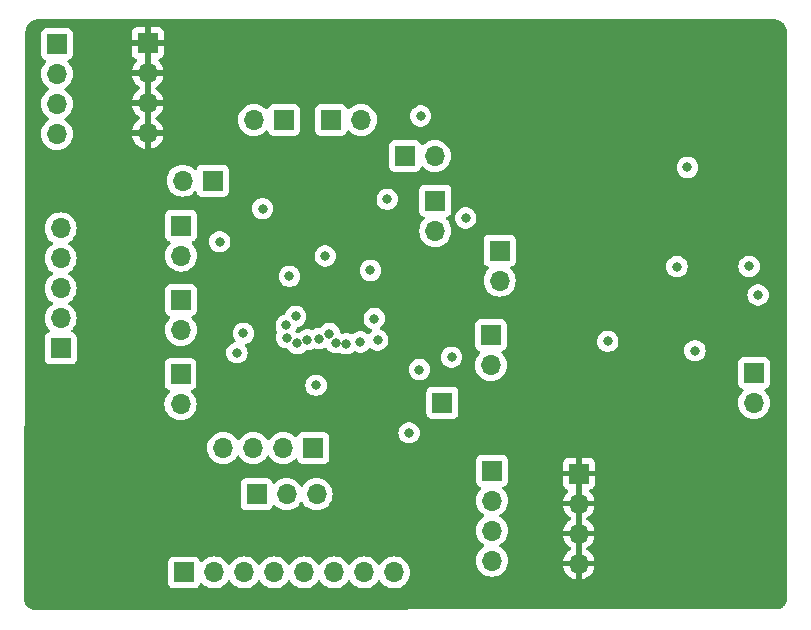
<source format=gbr>
%TF.GenerationSoftware,KiCad,Pcbnew,7.0.6*%
%TF.CreationDate,2024-02-20T00:48:48-05:00*%
%TF.ProjectId,AD7768_breakout,41443737-3638-45f6-9272-65616b6f7574,rev?*%
%TF.SameCoordinates,Original*%
%TF.FileFunction,Copper,L3,Inr*%
%TF.FilePolarity,Positive*%
%FSLAX46Y46*%
G04 Gerber Fmt 4.6, Leading zero omitted, Abs format (unit mm)*
G04 Created by KiCad (PCBNEW 7.0.6) date 2024-02-20 00:48:48*
%MOMM*%
%LPD*%
G01*
G04 APERTURE LIST*
%TA.AperFunction,ComponentPad*%
%ADD10R,1.700000X1.700000*%
%TD*%
%TA.AperFunction,ComponentPad*%
%ADD11O,1.700000X1.700000*%
%TD*%
%TA.AperFunction,ViaPad*%
%ADD12C,0.800000*%
%TD*%
%TA.AperFunction,ViaPad*%
%ADD13C,2.000000*%
%TD*%
G04 APERTURE END LIST*
D10*
%TO.N,Net-(J10-Pin_1)*%
%TO.C,J10*%
X196975000Y-82325000D03*
%TD*%
%TO.N,Net-(J1-Pin_1)*%
%TO.C,J1*%
X177525000Y-63525000D03*
D11*
%TO.N,Net-(J1-Pin_2)*%
X174985000Y-63525000D03*
%TD*%
D10*
%TO.N,Net-(J7-Pin_1)*%
%TO.C,J7*%
X201825000Y-69450000D03*
D11*
%TO.N,Net-(J7-Pin_2)*%
X201825000Y-71990000D03*
%TD*%
D10*
%TO.N,Net-(J18-Pin_1)*%
%TO.C,J18*%
X175100000Y-96700000D03*
D11*
%TO.N,Net-(J18-Pin_2)*%
X177640000Y-96700000D03*
%TO.N,Net-(J18-Pin_3)*%
X180180000Y-96700000D03*
%TO.N,Net-(J18-Pin_4)*%
X182720000Y-96700000D03*
%TO.N,Net-(J18-Pin_5)*%
X185260000Y-96700000D03*
%TO.N,Net-(J18-Pin_6)*%
X187800000Y-96700000D03*
%TO.N,Net-(J18-Pin_7)*%
X190340000Y-96700000D03*
%TO.N,Net-(J18-Pin_8)*%
X192880000Y-96700000D03*
%TD*%
D10*
%TO.N,Net-(J2-Pin_1)*%
%TO.C,J2*%
X174850000Y-67325000D03*
D11*
%TO.N,Net-(J2-Pin_2)*%
X174850000Y-69865000D03*
%TD*%
D10*
%TO.N,vin*%
%TO.C,J9*%
X223350000Y-79800000D03*
D11*
%TO.N,GND*%
X223350000Y-82340000D03*
%TD*%
D10*
%TO.N,Net-(J6-Pin_1)*%
%TO.C,J6*%
X196375000Y-65225000D03*
D11*
%TO.N,Net-(J6-Pin_2)*%
X196375000Y-67765000D03*
%TD*%
D10*
%TO.N,Net-(J17-Pin_1)*%
%TO.C,J17*%
X187550000Y-58375000D03*
D11*
%TO.N,Net-(J17-Pin_2)*%
X190090000Y-58375000D03*
%TD*%
D10*
%TO.N,GND*%
%TO.C,J20*%
X201160000Y-88080000D03*
D11*
X201160000Y-90620000D03*
X201160000Y-93160000D03*
X201160000Y-95700000D03*
%TD*%
D10*
%TO.N,Net-(J13-Pin_1)*%
%TO.C,J13*%
X181235000Y-90075000D03*
D11*
%TO.N,Net-(J13-Pin_2)*%
X183775000Y-90075000D03*
%TO.N,rst*%
X186315000Y-90075000D03*
%TD*%
D10*
%TO.N,Net-(J12-Pin_1)*%
%TO.C,J12*%
X186040000Y-86150000D03*
D11*
%TO.N,Net-(J12-Pin_2)*%
X183500000Y-86150000D03*
%TO.N,Net-(J12-Pin_3)*%
X180960000Y-86150000D03*
%TO.N,Net-(J12-Pin_4)*%
X178420000Y-86150000D03*
%TD*%
D10*
%TO.N,Net-(J11-Pin_1)*%
%TO.C,J11*%
X164650000Y-77720000D03*
D11*
%TO.N,Net-(J11-Pin_2)*%
X164650000Y-75180000D03*
%TO.N,Net-(J11-Pin_3)*%
X164650000Y-72640000D03*
%TO.N,Net-(J11-Pin_4)*%
X164650000Y-70100000D03*
%TO.N,Net-(J11-Pin_5)*%
X164650000Y-67560000D03*
%TD*%
D10*
%TO.N,Net-(J14-Pin_1)*%
%TO.C,J14*%
X183550000Y-58375000D03*
D11*
%TO.N,Net-(J14-Pin_2)*%
X181010000Y-58375000D03*
%TD*%
D10*
%TO.N,Net-(J4-Pin_1)*%
%TO.C,J4*%
X174800000Y-79900000D03*
D11*
%TO.N,Net-(J4-Pin_2)*%
X174800000Y-82440000D03*
%TD*%
D10*
%TO.N,Net-(J8-Pin_1)*%
%TO.C,J8*%
X201075000Y-76600000D03*
D11*
%TO.N,Net-(J8-Pin_2)*%
X201075000Y-79140000D03*
%TD*%
D10*
%TO.N,5v*%
%TO.C,J19*%
X208520000Y-88320000D03*
D11*
X208520000Y-90860000D03*
X208520000Y-93400000D03*
X208520000Y-95940000D03*
%TD*%
D10*
%TO.N,GND*%
%TO.C,J16*%
X164325000Y-51950000D03*
D11*
X164325000Y-54490000D03*
X164325000Y-57030000D03*
X164325000Y-59570000D03*
%TD*%
D10*
%TO.N,Net-(J5-Pin_1)*%
%TO.C,J5*%
X193800000Y-61425000D03*
D11*
%TO.N,Net-(J5-Pin_2)*%
X196340000Y-61425000D03*
%TD*%
D10*
%TO.N,Net-(J3-Pin_1)*%
%TO.C,J3*%
X174825000Y-73625000D03*
D11*
%TO.N,Net-(J3-Pin_2)*%
X174825000Y-76165000D03*
%TD*%
D10*
%TO.N,5v*%
%TO.C,J15*%
X172025000Y-51875000D03*
D11*
X172025000Y-54415000D03*
X172025000Y-56955000D03*
X172025000Y-59495000D03*
%TD*%
D12*
%TO.N,GND*%
X194150000Y-84875000D03*
X192300000Y-65100000D03*
X197750000Y-78475000D03*
X223700000Y-73200000D03*
X217725000Y-62400000D03*
X178125000Y-68700000D03*
X184025000Y-71625000D03*
X191500000Y-77025000D03*
X181750000Y-65900000D03*
X198950000Y-66690000D03*
X195125000Y-58050000D03*
X222938900Y-70788900D03*
X218350000Y-77925000D03*
X216825000Y-70800000D03*
X210975000Y-77125000D03*
X187050000Y-69900000D03*
X190875000Y-71125000D03*
D13*
%TO.N,5v*%
X214525000Y-63925000D03*
X203470000Y-65950000D03*
X214575000Y-78100000D03*
X194150000Y-56525000D03*
X180600000Y-62950000D03*
X187975000Y-71825000D03*
D12*
%TO.N,Net-(J10-Pin_1)*%
X191200000Y-75200000D03*
X195025000Y-79525000D03*
%TO.N,Net-(J11-Pin_1)*%
X179575000Y-78100000D03*
%TO.N,Net-(J11-Pin_2)*%
X183775000Y-76825000D03*
%TO.N,Net-(J11-Pin_3)*%
X180125000Y-76450000D03*
%TO.N,Net-(J11-Pin_4)*%
X183750000Y-75775000D03*
%TO.N,Net-(J11-Pin_5)*%
X184550000Y-75025000D03*
%TO.N,Net-(J18-Pin_1)*%
X184700000Y-77300000D03*
%TO.N,Net-(J18-Pin_2)*%
X185537682Y-77000828D03*
%TO.N,Net-(J18-Pin_3)*%
X186275000Y-80850000D03*
%TO.N,Net-(J18-Pin_4)*%
X186525000Y-76900000D03*
%TO.N,Net-(J18-Pin_5)*%
X187400000Y-76475000D03*
%TO.N,Net-(J18-Pin_6)*%
X187953000Y-77250000D03*
%TO.N,Net-(J18-Pin_7)*%
X188838335Y-77336011D03*
%TO.N,Net-(J18-Pin_8)*%
X190025000Y-77175000D03*
%TD*%
%TA.AperFunction,Conductor*%
%TO.N,5v*%
G36*
X208770000Y-95504498D02*
G01*
X208662315Y-95455320D01*
X208555763Y-95440000D01*
X208484237Y-95440000D01*
X208377685Y-95455320D01*
X208270000Y-95504498D01*
X208270000Y-93835501D01*
X208377685Y-93884680D01*
X208484237Y-93900000D01*
X208555763Y-93900000D01*
X208662315Y-93884680D01*
X208770000Y-93835501D01*
X208770000Y-95504498D01*
G37*
%TD.AperFunction*%
%TA.AperFunction,Conductor*%
G36*
X208770000Y-92964498D02*
G01*
X208662315Y-92915320D01*
X208555763Y-92900000D01*
X208484237Y-92900000D01*
X208377685Y-92915320D01*
X208270000Y-92964498D01*
X208270000Y-91295501D01*
X208377685Y-91344680D01*
X208484237Y-91360000D01*
X208555763Y-91360000D01*
X208662315Y-91344680D01*
X208770000Y-91295501D01*
X208770000Y-92964498D01*
G37*
%TD.AperFunction*%
%TA.AperFunction,Conductor*%
G36*
X208770000Y-90424498D02*
G01*
X208662315Y-90375320D01*
X208555763Y-90360000D01*
X208484237Y-90360000D01*
X208377685Y-90375320D01*
X208270000Y-90424498D01*
X208270000Y-88755501D01*
X208377685Y-88804680D01*
X208484237Y-88820000D01*
X208555763Y-88820000D01*
X208662315Y-88804680D01*
X208770000Y-88755501D01*
X208770000Y-90424498D01*
G37*
%TD.AperFunction*%
%TA.AperFunction,Conductor*%
G36*
X172275000Y-59059498D02*
G01*
X172167315Y-59010320D01*
X172060763Y-58995000D01*
X171989237Y-58995000D01*
X171882685Y-59010320D01*
X171775000Y-59059498D01*
X171775000Y-57390501D01*
X171882685Y-57439680D01*
X171989237Y-57455000D01*
X172060763Y-57455000D01*
X172167315Y-57439680D01*
X172275000Y-57390501D01*
X172275000Y-59059498D01*
G37*
%TD.AperFunction*%
%TA.AperFunction,Conductor*%
G36*
X172275000Y-56519498D02*
G01*
X172167315Y-56470320D01*
X172060763Y-56455000D01*
X171989237Y-56455000D01*
X171882685Y-56470320D01*
X171775000Y-56519498D01*
X171775000Y-54850501D01*
X171882685Y-54899680D01*
X171989237Y-54915000D01*
X172060763Y-54915000D01*
X172167315Y-54899680D01*
X172275000Y-54850501D01*
X172275000Y-56519498D01*
G37*
%TD.AperFunction*%
%TA.AperFunction,Conductor*%
G36*
X172275000Y-53979498D02*
G01*
X172167315Y-53930320D01*
X172060763Y-53915000D01*
X171989237Y-53915000D01*
X171882685Y-53930320D01*
X171775000Y-53979498D01*
X171775000Y-52310501D01*
X171882685Y-52359680D01*
X171989237Y-52375000D01*
X172060763Y-52375000D01*
X172167315Y-52359680D01*
X172275000Y-52310501D01*
X172275000Y-53979498D01*
G37*
%TD.AperFunction*%
%TA.AperFunction,Conductor*%
G36*
X225128694Y-49875736D02*
G01*
X225140703Y-49876785D01*
X225171528Y-49879480D01*
X225297655Y-49891895D01*
X225317578Y-49895518D01*
X225384210Y-49913360D01*
X225477361Y-49941599D01*
X225493732Y-49947859D01*
X225561163Y-49979280D01*
X225564128Y-49980761D01*
X225647463Y-50025271D01*
X225648027Y-50025572D01*
X225654365Y-50029463D01*
X225720525Y-50075750D01*
X225724280Y-50078597D01*
X225796459Y-50137780D01*
X225800969Y-50141864D01*
X225858459Y-50199296D01*
X225862547Y-50203802D01*
X225921802Y-50275921D01*
X225924657Y-50279678D01*
X225971004Y-50345782D01*
X225974901Y-50352117D01*
X226019786Y-50435953D01*
X226021299Y-50438975D01*
X226052768Y-50506333D01*
X226059054Y-50522725D01*
X226087380Y-50615829D01*
X226105289Y-50682444D01*
X226108932Y-50702367D01*
X226121470Y-50828451D01*
X226125261Y-50871318D01*
X226125502Y-50876720D01*
X226173496Y-98822442D01*
X226173265Y-98827845D01*
X226169633Y-98869870D01*
X226157206Y-98997148D01*
X226153602Y-99017063D01*
X226136176Y-99082379D01*
X226107578Y-99177016D01*
X226101317Y-99193430D01*
X226070377Y-99259967D01*
X226068869Y-99262993D01*
X226023618Y-99347871D01*
X226019730Y-99354216D01*
X225973953Y-99419743D01*
X225971096Y-99423518D01*
X225911355Y-99496474D01*
X225907272Y-99500989D01*
X225850401Y-99557985D01*
X225845895Y-99562078D01*
X225773078Y-99621973D01*
X225769310Y-99624839D01*
X225703875Y-99670766D01*
X225697539Y-99674668D01*
X225612761Y-99720104D01*
X225609739Y-99721620D01*
X225543265Y-99752709D01*
X225526864Y-99759005D01*
X225432298Y-99787810D01*
X225367050Y-99805372D01*
X225347119Y-99809022D01*
X225217148Y-99821975D01*
X225178296Y-99825419D01*
X225172890Y-99825662D01*
X162556382Y-99898331D01*
X162550962Y-99898100D01*
X162506965Y-99894293D01*
X162381827Y-99882124D01*
X162361800Y-99878498D01*
X162293012Y-99860107D01*
X162201616Y-99832428D01*
X162185170Y-99826141D01*
X162116270Y-99794023D01*
X162113253Y-99792515D01*
X162030479Y-99748271D01*
X162024139Y-99744376D01*
X161956809Y-99697203D01*
X161953055Y-99694352D01*
X161905906Y-99655621D01*
X161881722Y-99635754D01*
X161877204Y-99631654D01*
X161818803Y-99573172D01*
X161814708Y-99568647D01*
X161809327Y-99562078D01*
X161785100Y-99532500D01*
X161756217Y-99497239D01*
X161753364Y-99493473D01*
X161727883Y-99456996D01*
X161706295Y-99426090D01*
X161702399Y-99419731D01*
X161664118Y-99347871D01*
X161658263Y-99336880D01*
X161656760Y-99333863D01*
X161652650Y-99325014D01*
X161624744Y-99264928D01*
X161618479Y-99248471D01*
X161606248Y-99207879D01*
X161590934Y-99157055D01*
X161572618Y-99088166D01*
X161569030Y-99068201D01*
X161557399Y-98947227D01*
X161553238Y-98898339D01*
X161553016Y-98892939D01*
X161553185Y-98825258D01*
X161556252Y-97597870D01*
X173749500Y-97597870D01*
X173749501Y-97597876D01*
X173755908Y-97657483D01*
X173806202Y-97792328D01*
X173806206Y-97792335D01*
X173892452Y-97907544D01*
X173892455Y-97907547D01*
X174007664Y-97993793D01*
X174007671Y-97993797D01*
X174142517Y-98044091D01*
X174142516Y-98044091D01*
X174149444Y-98044835D01*
X174202127Y-98050500D01*
X175997872Y-98050499D01*
X176057483Y-98044091D01*
X176192331Y-97993796D01*
X176307546Y-97907546D01*
X176393796Y-97792331D01*
X176442810Y-97660916D01*
X176484681Y-97604984D01*
X176550145Y-97580566D01*
X176618418Y-97595417D01*
X176646673Y-97616569D01*
X176768599Y-97738495D01*
X176865384Y-97806264D01*
X176962165Y-97874032D01*
X176962167Y-97874033D01*
X176962170Y-97874035D01*
X177176337Y-97973903D01*
X177404592Y-98035063D01*
X177581034Y-98050500D01*
X177639999Y-98055659D01*
X177640000Y-98055659D01*
X177640001Y-98055659D01*
X177698966Y-98050500D01*
X177875408Y-98035063D01*
X178103663Y-97973903D01*
X178317830Y-97874035D01*
X178511401Y-97738495D01*
X178678495Y-97571401D01*
X178808424Y-97385842D01*
X178863002Y-97342217D01*
X178932500Y-97335023D01*
X178994855Y-97366546D01*
X179011575Y-97385842D01*
X179141500Y-97571395D01*
X179141505Y-97571401D01*
X179308599Y-97738495D01*
X179405384Y-97806264D01*
X179502165Y-97874032D01*
X179502167Y-97874033D01*
X179502170Y-97874035D01*
X179716337Y-97973903D01*
X179944592Y-98035063D01*
X180121034Y-98050500D01*
X180179999Y-98055659D01*
X180180000Y-98055659D01*
X180180001Y-98055659D01*
X180238966Y-98050500D01*
X180415408Y-98035063D01*
X180643663Y-97973903D01*
X180857830Y-97874035D01*
X181051401Y-97738495D01*
X181218495Y-97571401D01*
X181348424Y-97385842D01*
X181403002Y-97342217D01*
X181472500Y-97335023D01*
X181534855Y-97366546D01*
X181551575Y-97385842D01*
X181681500Y-97571395D01*
X181681505Y-97571401D01*
X181848599Y-97738495D01*
X181945384Y-97806264D01*
X182042165Y-97874032D01*
X182042167Y-97874033D01*
X182042170Y-97874035D01*
X182256337Y-97973903D01*
X182484592Y-98035063D01*
X182661034Y-98050500D01*
X182719999Y-98055659D01*
X182720000Y-98055659D01*
X182720001Y-98055659D01*
X182778966Y-98050500D01*
X182955408Y-98035063D01*
X183183663Y-97973903D01*
X183397830Y-97874035D01*
X183591401Y-97738495D01*
X183758495Y-97571401D01*
X183888424Y-97385842D01*
X183943002Y-97342217D01*
X184012500Y-97335023D01*
X184074855Y-97366546D01*
X184091575Y-97385842D01*
X184221500Y-97571395D01*
X184221505Y-97571401D01*
X184388599Y-97738495D01*
X184485384Y-97806264D01*
X184582165Y-97874032D01*
X184582167Y-97874033D01*
X184582170Y-97874035D01*
X184796337Y-97973903D01*
X185024592Y-98035063D01*
X185201034Y-98050500D01*
X185259999Y-98055659D01*
X185260000Y-98055659D01*
X185260001Y-98055659D01*
X185318966Y-98050500D01*
X185495408Y-98035063D01*
X185723663Y-97973903D01*
X185937830Y-97874035D01*
X186131401Y-97738495D01*
X186298495Y-97571401D01*
X186428424Y-97385842D01*
X186483002Y-97342217D01*
X186552500Y-97335023D01*
X186614855Y-97366546D01*
X186631575Y-97385842D01*
X186761500Y-97571395D01*
X186761505Y-97571401D01*
X186928599Y-97738495D01*
X187025384Y-97806264D01*
X187122165Y-97874032D01*
X187122167Y-97874033D01*
X187122170Y-97874035D01*
X187336337Y-97973903D01*
X187564592Y-98035063D01*
X187741034Y-98050500D01*
X187799999Y-98055659D01*
X187800000Y-98055659D01*
X187800001Y-98055659D01*
X187858966Y-98050500D01*
X188035408Y-98035063D01*
X188263663Y-97973903D01*
X188477830Y-97874035D01*
X188671401Y-97738495D01*
X188838495Y-97571401D01*
X188968424Y-97385842D01*
X189023002Y-97342217D01*
X189092500Y-97335023D01*
X189154855Y-97366546D01*
X189171575Y-97385842D01*
X189301500Y-97571395D01*
X189301505Y-97571401D01*
X189468599Y-97738495D01*
X189565384Y-97806264D01*
X189662165Y-97874032D01*
X189662167Y-97874033D01*
X189662170Y-97874035D01*
X189876337Y-97973903D01*
X190104592Y-98035063D01*
X190281034Y-98050500D01*
X190339999Y-98055659D01*
X190340000Y-98055659D01*
X190340001Y-98055659D01*
X190398966Y-98050500D01*
X190575408Y-98035063D01*
X190803663Y-97973903D01*
X191017830Y-97874035D01*
X191211401Y-97738495D01*
X191378495Y-97571401D01*
X191508424Y-97385842D01*
X191563002Y-97342217D01*
X191632500Y-97335023D01*
X191694855Y-97366546D01*
X191711575Y-97385842D01*
X191841500Y-97571395D01*
X191841505Y-97571401D01*
X192008599Y-97738495D01*
X192105384Y-97806264D01*
X192202165Y-97874032D01*
X192202167Y-97874033D01*
X192202170Y-97874035D01*
X192416337Y-97973903D01*
X192644592Y-98035063D01*
X192821034Y-98050500D01*
X192879999Y-98055659D01*
X192880000Y-98055659D01*
X192880001Y-98055659D01*
X192938966Y-98050500D01*
X193115408Y-98035063D01*
X193343663Y-97973903D01*
X193557830Y-97874035D01*
X193751401Y-97738495D01*
X193918495Y-97571401D01*
X194054035Y-97377830D01*
X194153903Y-97163663D01*
X194215063Y-96935408D01*
X194235659Y-96700000D01*
X194215063Y-96464592D01*
X194153903Y-96236337D01*
X194054035Y-96022171D01*
X194048425Y-96014158D01*
X193918494Y-95828597D01*
X193789896Y-95700000D01*
X199804341Y-95700000D01*
X199824936Y-95935403D01*
X199824938Y-95935413D01*
X199886094Y-96163655D01*
X199886096Y-96163659D01*
X199886097Y-96163663D01*
X199916083Y-96227967D01*
X199985965Y-96377830D01*
X199985967Y-96377834D01*
X200046712Y-96464586D01*
X200121505Y-96571401D01*
X200288599Y-96738495D01*
X200385384Y-96806264D01*
X200482165Y-96874032D01*
X200482167Y-96874033D01*
X200482170Y-96874035D01*
X200696337Y-96973903D01*
X200924592Y-97035063D01*
X201112918Y-97051539D01*
X201159999Y-97055659D01*
X201160000Y-97055659D01*
X201160001Y-97055659D01*
X201199234Y-97052226D01*
X201395408Y-97035063D01*
X201623663Y-96973903D01*
X201837830Y-96874035D01*
X202031401Y-96738495D01*
X202198495Y-96571401D01*
X202334035Y-96377830D01*
X202433903Y-96163663D01*
X202495063Y-95935408D01*
X202515659Y-95700000D01*
X202495063Y-95464592D01*
X202433903Y-95236337D01*
X202334035Y-95022171D01*
X202249817Y-94901894D01*
X202198494Y-94828597D01*
X202031402Y-94661506D01*
X202031401Y-94661505D01*
X201845842Y-94531575D01*
X201845841Y-94531574D01*
X201802216Y-94476997D01*
X201795024Y-94407498D01*
X201826546Y-94345144D01*
X201845836Y-94328428D01*
X202031401Y-94198495D01*
X202198495Y-94031401D01*
X202334035Y-93837830D01*
X202433903Y-93623663D01*
X202495063Y-93395408D01*
X202515659Y-93160000D01*
X202495063Y-92924592D01*
X202433903Y-92696337D01*
X202334035Y-92482171D01*
X202249817Y-92361894D01*
X202198494Y-92288597D01*
X202031402Y-92121506D01*
X202031396Y-92121501D01*
X201845842Y-91991575D01*
X201802217Y-91936998D01*
X201795023Y-91867500D01*
X201826546Y-91805145D01*
X201845842Y-91788425D01*
X201927736Y-91731082D01*
X202031401Y-91658495D01*
X202198495Y-91491401D01*
X202334035Y-91297830D01*
X202433903Y-91083663D01*
X202495063Y-90855408D01*
X202515659Y-90620000D01*
X202495063Y-90384592D01*
X202433903Y-90156337D01*
X202334035Y-89942171D01*
X202261249Y-89838222D01*
X202198496Y-89748600D01*
X202154381Y-89704485D01*
X202076567Y-89626671D01*
X202043084Y-89565351D01*
X202048068Y-89495659D01*
X202089939Y-89439725D01*
X202120915Y-89422810D01*
X202252331Y-89373796D01*
X202367546Y-89287546D01*
X202419725Y-89217844D01*
X207170000Y-89217844D01*
X207176401Y-89277372D01*
X207176403Y-89277379D01*
X207226645Y-89412086D01*
X207226649Y-89412093D01*
X207312809Y-89527187D01*
X207312812Y-89527190D01*
X207427906Y-89613350D01*
X207427913Y-89613354D01*
X207559986Y-89662614D01*
X207615920Y-89704485D01*
X207640337Y-89769949D01*
X207625486Y-89838222D01*
X207604335Y-89866477D01*
X207481886Y-89988926D01*
X207346400Y-90182420D01*
X207346399Y-90182422D01*
X207246570Y-90396507D01*
X207246567Y-90396513D01*
X207189364Y-90609999D01*
X207189364Y-90610000D01*
X208086314Y-90610000D01*
X208060507Y-90650156D01*
X208020000Y-90788111D01*
X208020000Y-90931889D01*
X208060507Y-91069844D01*
X208086314Y-91110000D01*
X207189364Y-91110000D01*
X207246567Y-91323486D01*
X207246570Y-91323492D01*
X207346399Y-91537578D01*
X207481894Y-91731082D01*
X207648917Y-91898105D01*
X207835031Y-92028425D01*
X207878656Y-92083003D01*
X207885848Y-92152501D01*
X207854326Y-92214856D01*
X207835031Y-92231575D01*
X207648922Y-92361890D01*
X207648920Y-92361891D01*
X207481891Y-92528920D01*
X207481886Y-92528926D01*
X207346400Y-92722420D01*
X207346399Y-92722422D01*
X207246570Y-92936507D01*
X207246567Y-92936513D01*
X207189364Y-93149999D01*
X207189364Y-93150000D01*
X208086314Y-93150000D01*
X208060507Y-93190156D01*
X208020000Y-93328111D01*
X208020000Y-93471889D01*
X208060507Y-93609844D01*
X208086314Y-93650000D01*
X207189364Y-93650000D01*
X207246567Y-93863486D01*
X207246570Y-93863492D01*
X207346399Y-94077578D01*
X207481894Y-94271082D01*
X207648917Y-94438105D01*
X207835031Y-94568425D01*
X207878656Y-94623003D01*
X207885848Y-94692501D01*
X207854326Y-94754856D01*
X207835031Y-94771575D01*
X207648922Y-94901890D01*
X207648920Y-94901891D01*
X207481891Y-95068920D01*
X207481886Y-95068926D01*
X207346400Y-95262420D01*
X207346399Y-95262422D01*
X207246570Y-95476507D01*
X207246567Y-95476513D01*
X207189364Y-95689999D01*
X207189364Y-95690000D01*
X208086314Y-95690000D01*
X208060507Y-95730156D01*
X208020000Y-95868111D01*
X208020000Y-96011889D01*
X208060507Y-96149844D01*
X208086314Y-96190000D01*
X207189364Y-96190000D01*
X207246567Y-96403486D01*
X207246570Y-96403492D01*
X207346399Y-96617578D01*
X207481894Y-96811082D01*
X207648917Y-96978105D01*
X207842421Y-97113600D01*
X208056507Y-97213429D01*
X208056516Y-97213433D01*
X208270000Y-97270634D01*
X208270000Y-96375501D01*
X208377685Y-96424680D01*
X208484237Y-96440000D01*
X208555763Y-96440000D01*
X208662315Y-96424680D01*
X208770000Y-96375501D01*
X208770000Y-97270633D01*
X208983483Y-97213433D01*
X208983492Y-97213429D01*
X209197578Y-97113600D01*
X209391082Y-96978105D01*
X209558105Y-96811082D01*
X209693600Y-96617578D01*
X209793429Y-96403492D01*
X209793432Y-96403486D01*
X209850636Y-96190000D01*
X208953686Y-96190000D01*
X208979493Y-96149844D01*
X209020000Y-96011889D01*
X209020000Y-95868111D01*
X208979493Y-95730156D01*
X208953686Y-95690000D01*
X209850636Y-95690000D01*
X209850635Y-95689999D01*
X209793432Y-95476513D01*
X209793429Y-95476507D01*
X209693600Y-95262422D01*
X209693599Y-95262420D01*
X209558113Y-95068926D01*
X209558108Y-95068920D01*
X209391082Y-94901894D01*
X209204968Y-94771575D01*
X209161344Y-94716998D01*
X209154151Y-94647499D01*
X209185673Y-94585145D01*
X209204968Y-94568425D01*
X209391082Y-94438105D01*
X209558105Y-94271082D01*
X209693600Y-94077578D01*
X209793429Y-93863492D01*
X209793432Y-93863486D01*
X209850636Y-93650000D01*
X208953686Y-93650000D01*
X208979493Y-93609844D01*
X209020000Y-93471889D01*
X209020000Y-93328111D01*
X208979493Y-93190156D01*
X208953686Y-93150000D01*
X209850636Y-93150000D01*
X209850635Y-93149999D01*
X209793432Y-92936513D01*
X209793429Y-92936507D01*
X209693600Y-92722422D01*
X209693599Y-92722420D01*
X209558113Y-92528926D01*
X209558108Y-92528920D01*
X209391082Y-92361894D01*
X209204968Y-92231575D01*
X209161344Y-92176998D01*
X209154151Y-92107499D01*
X209185673Y-92045145D01*
X209204968Y-92028425D01*
X209391082Y-91898105D01*
X209558105Y-91731082D01*
X209693600Y-91537578D01*
X209793429Y-91323492D01*
X209793432Y-91323486D01*
X209850636Y-91110000D01*
X208953686Y-91110000D01*
X208979493Y-91069844D01*
X209020000Y-90931889D01*
X209020000Y-90788111D01*
X208979493Y-90650156D01*
X208953686Y-90610000D01*
X209850636Y-90610000D01*
X209850635Y-90609999D01*
X209793432Y-90396513D01*
X209793429Y-90396507D01*
X209693600Y-90182422D01*
X209693599Y-90182420D01*
X209558113Y-89988926D01*
X209558108Y-89988920D01*
X209435665Y-89866477D01*
X209402180Y-89805154D01*
X209407164Y-89735462D01*
X209449036Y-89679529D01*
X209480013Y-89662614D01*
X209612086Y-89613354D01*
X209612093Y-89613350D01*
X209727187Y-89527190D01*
X209727190Y-89527187D01*
X209813350Y-89412093D01*
X209813354Y-89412086D01*
X209863596Y-89277379D01*
X209863598Y-89277372D01*
X209869999Y-89217844D01*
X209870000Y-89217827D01*
X209870000Y-88570000D01*
X208953686Y-88570000D01*
X208979493Y-88529844D01*
X209020000Y-88391889D01*
X209020000Y-88248111D01*
X208979493Y-88110156D01*
X208953686Y-88070000D01*
X209869999Y-88070000D01*
X209870000Y-87422172D01*
X209869999Y-87422155D01*
X209863598Y-87362627D01*
X209863596Y-87362620D01*
X209813354Y-87227913D01*
X209813350Y-87227906D01*
X209727190Y-87112812D01*
X209727187Y-87112809D01*
X209612093Y-87026649D01*
X209612086Y-87026645D01*
X209477379Y-86976403D01*
X209477372Y-86976401D01*
X209417844Y-86970000D01*
X208770000Y-86970000D01*
X208770000Y-87884498D01*
X208662315Y-87835320D01*
X208555763Y-87820000D01*
X208484237Y-87820000D01*
X208377685Y-87835320D01*
X208270000Y-87884498D01*
X208270000Y-86970000D01*
X207622155Y-86970000D01*
X207562627Y-86976401D01*
X207562620Y-86976403D01*
X207427913Y-87026645D01*
X207427906Y-87026649D01*
X207312812Y-87112809D01*
X207312809Y-87112812D01*
X207226649Y-87227906D01*
X207226645Y-87227913D01*
X207176403Y-87362620D01*
X207176401Y-87362627D01*
X207170000Y-87422155D01*
X207170000Y-88070000D01*
X208086314Y-88070000D01*
X208060507Y-88110156D01*
X208020000Y-88248111D01*
X208020000Y-88391889D01*
X208060507Y-88529844D01*
X208086314Y-88570000D01*
X207170000Y-88570000D01*
X207170000Y-89217844D01*
X202419725Y-89217844D01*
X202453796Y-89172331D01*
X202504091Y-89037483D01*
X202510500Y-88977873D01*
X202510499Y-87182128D01*
X202504091Y-87122517D01*
X202500471Y-87112812D01*
X202453797Y-86987671D01*
X202453793Y-86987664D01*
X202367547Y-86872455D01*
X202367544Y-86872452D01*
X202252335Y-86786206D01*
X202252328Y-86786202D01*
X202117482Y-86735908D01*
X202117483Y-86735908D01*
X202057883Y-86729501D01*
X202057881Y-86729500D01*
X202057873Y-86729500D01*
X202057864Y-86729500D01*
X200262129Y-86729500D01*
X200262123Y-86729501D01*
X200202516Y-86735908D01*
X200067671Y-86786202D01*
X200067664Y-86786206D01*
X199952455Y-86872452D01*
X199952452Y-86872455D01*
X199866206Y-86987664D01*
X199866202Y-86987671D01*
X199815908Y-87122517D01*
X199809501Y-87182116D01*
X199809501Y-87182123D01*
X199809500Y-87182135D01*
X199809500Y-88977870D01*
X199809501Y-88977876D01*
X199815908Y-89037483D01*
X199866202Y-89172328D01*
X199866206Y-89172335D01*
X199952452Y-89287544D01*
X199952455Y-89287547D01*
X200067664Y-89373793D01*
X200067671Y-89373797D01*
X200199081Y-89422810D01*
X200255015Y-89464681D01*
X200279432Y-89530145D01*
X200264580Y-89598418D01*
X200243430Y-89626673D01*
X200121503Y-89748600D01*
X199985965Y-89942169D01*
X199985964Y-89942171D01*
X199886098Y-90156335D01*
X199886094Y-90156344D01*
X199824938Y-90384586D01*
X199824936Y-90384596D01*
X199804341Y-90619999D01*
X199804341Y-90620000D01*
X199824936Y-90855403D01*
X199824938Y-90855413D01*
X199886094Y-91083655D01*
X199886096Y-91083659D01*
X199886097Y-91083663D01*
X199978837Y-91282544D01*
X199985965Y-91297830D01*
X199985967Y-91297834D01*
X200121501Y-91491395D01*
X200121506Y-91491402D01*
X200288597Y-91658493D01*
X200288603Y-91658498D01*
X200474158Y-91788425D01*
X200517783Y-91843002D01*
X200524977Y-91912500D01*
X200493454Y-91974855D01*
X200474158Y-91991575D01*
X200288597Y-92121505D01*
X200121505Y-92288597D01*
X199985965Y-92482169D01*
X199985964Y-92482171D01*
X199886098Y-92696335D01*
X199886094Y-92696344D01*
X199824938Y-92924586D01*
X199824936Y-92924596D01*
X199804341Y-93159999D01*
X199804341Y-93160000D01*
X199824936Y-93395403D01*
X199824938Y-93395413D01*
X199886094Y-93623655D01*
X199886096Y-93623659D01*
X199886097Y-93623663D01*
X199936055Y-93730798D01*
X199985965Y-93837830D01*
X199985967Y-93837834D01*
X200121501Y-94031395D01*
X200121506Y-94031402D01*
X200288597Y-94198493D01*
X200288603Y-94198498D01*
X200474158Y-94328425D01*
X200517783Y-94383002D01*
X200524977Y-94452500D01*
X200493454Y-94514855D01*
X200474158Y-94531575D01*
X200288597Y-94661505D01*
X200121505Y-94828597D01*
X199985965Y-95022169D01*
X199985964Y-95022171D01*
X199886098Y-95236335D01*
X199886094Y-95236344D01*
X199824938Y-95464586D01*
X199824936Y-95464596D01*
X199804341Y-95699999D01*
X199804341Y-95700000D01*
X193789896Y-95700000D01*
X193751402Y-95661506D01*
X193751395Y-95661501D01*
X193557834Y-95525967D01*
X193557830Y-95525965D01*
X193534418Y-95515048D01*
X193343663Y-95426097D01*
X193343659Y-95426096D01*
X193343655Y-95426094D01*
X193115413Y-95364938D01*
X193115403Y-95364936D01*
X192880001Y-95344341D01*
X192879999Y-95344341D01*
X192644596Y-95364936D01*
X192644586Y-95364938D01*
X192416344Y-95426094D01*
X192416335Y-95426098D01*
X192202171Y-95525964D01*
X192202169Y-95525965D01*
X192008597Y-95661505D01*
X191841505Y-95828597D01*
X191711575Y-96014158D01*
X191656998Y-96057783D01*
X191587500Y-96064977D01*
X191525145Y-96033454D01*
X191508425Y-96014158D01*
X191378494Y-95828597D01*
X191211402Y-95661506D01*
X191211395Y-95661501D01*
X191017834Y-95525967D01*
X191017830Y-95525965D01*
X190994418Y-95515048D01*
X190803663Y-95426097D01*
X190803659Y-95426096D01*
X190803655Y-95426094D01*
X190575413Y-95364938D01*
X190575403Y-95364936D01*
X190340001Y-95344341D01*
X190339999Y-95344341D01*
X190104596Y-95364936D01*
X190104586Y-95364938D01*
X189876344Y-95426094D01*
X189876335Y-95426098D01*
X189662171Y-95525964D01*
X189662169Y-95525965D01*
X189468597Y-95661505D01*
X189301508Y-95828594D01*
X189171574Y-96014159D01*
X189116997Y-96057784D01*
X189047498Y-96064976D01*
X188985144Y-96033454D01*
X188968424Y-96014158D01*
X188838494Y-95828597D01*
X188671402Y-95661506D01*
X188671395Y-95661501D01*
X188477834Y-95525967D01*
X188477830Y-95525965D01*
X188454418Y-95515048D01*
X188263663Y-95426097D01*
X188263659Y-95426096D01*
X188263655Y-95426094D01*
X188035413Y-95364938D01*
X188035403Y-95364936D01*
X187800001Y-95344341D01*
X187799999Y-95344341D01*
X187564596Y-95364936D01*
X187564586Y-95364938D01*
X187336344Y-95426094D01*
X187336335Y-95426098D01*
X187122171Y-95525964D01*
X187122169Y-95525965D01*
X186928597Y-95661505D01*
X186761505Y-95828597D01*
X186631575Y-96014158D01*
X186576998Y-96057783D01*
X186507500Y-96064977D01*
X186445145Y-96033454D01*
X186428425Y-96014158D01*
X186298494Y-95828597D01*
X186131402Y-95661506D01*
X186131395Y-95661501D01*
X185937834Y-95525967D01*
X185937830Y-95525965D01*
X185914418Y-95515048D01*
X185723663Y-95426097D01*
X185723659Y-95426096D01*
X185723655Y-95426094D01*
X185495413Y-95364938D01*
X185495403Y-95364936D01*
X185260001Y-95344341D01*
X185259999Y-95344341D01*
X185024596Y-95364936D01*
X185024586Y-95364938D01*
X184796344Y-95426094D01*
X184796335Y-95426098D01*
X184582171Y-95525964D01*
X184582169Y-95525965D01*
X184388597Y-95661505D01*
X184221508Y-95828594D01*
X184091574Y-96014160D01*
X184036997Y-96057784D01*
X183967498Y-96064977D01*
X183905144Y-96033455D01*
X183888429Y-96014164D01*
X183758495Y-95828599D01*
X183758493Y-95828596D01*
X183591402Y-95661506D01*
X183591395Y-95661501D01*
X183397834Y-95525967D01*
X183397830Y-95525965D01*
X183374418Y-95515048D01*
X183183663Y-95426097D01*
X183183659Y-95426096D01*
X183183655Y-95426094D01*
X182955413Y-95364938D01*
X182955403Y-95364936D01*
X182720001Y-95344341D01*
X182719999Y-95344341D01*
X182484596Y-95364936D01*
X182484586Y-95364938D01*
X182256344Y-95426094D01*
X182256335Y-95426098D01*
X182042171Y-95525964D01*
X182042169Y-95525965D01*
X181848597Y-95661505D01*
X181681505Y-95828597D01*
X181551575Y-96014158D01*
X181496998Y-96057783D01*
X181427500Y-96064977D01*
X181365145Y-96033454D01*
X181348425Y-96014158D01*
X181218494Y-95828597D01*
X181051402Y-95661506D01*
X181051395Y-95661501D01*
X180857834Y-95525967D01*
X180857830Y-95525965D01*
X180834418Y-95515048D01*
X180643663Y-95426097D01*
X180643659Y-95426096D01*
X180643655Y-95426094D01*
X180415413Y-95364938D01*
X180415403Y-95364936D01*
X180180001Y-95344341D01*
X180179999Y-95344341D01*
X179944596Y-95364936D01*
X179944586Y-95364938D01*
X179716344Y-95426094D01*
X179716335Y-95426098D01*
X179502171Y-95525964D01*
X179502169Y-95525965D01*
X179308597Y-95661505D01*
X179141505Y-95828597D01*
X179011575Y-96014158D01*
X178956998Y-96057783D01*
X178887500Y-96064977D01*
X178825145Y-96033454D01*
X178808425Y-96014158D01*
X178678494Y-95828597D01*
X178511402Y-95661506D01*
X178511395Y-95661501D01*
X178317834Y-95525967D01*
X178317830Y-95525965D01*
X178294418Y-95515048D01*
X178103663Y-95426097D01*
X178103659Y-95426096D01*
X178103655Y-95426094D01*
X177875413Y-95364938D01*
X177875403Y-95364936D01*
X177640001Y-95344341D01*
X177639999Y-95344341D01*
X177404596Y-95364936D01*
X177404586Y-95364938D01*
X177176344Y-95426094D01*
X177176335Y-95426098D01*
X176962171Y-95525964D01*
X176962169Y-95525965D01*
X176768600Y-95661503D01*
X176646673Y-95783430D01*
X176585350Y-95816914D01*
X176515658Y-95811930D01*
X176459725Y-95770058D01*
X176442810Y-95739081D01*
X176393797Y-95607671D01*
X176393793Y-95607664D01*
X176307547Y-95492455D01*
X176307544Y-95492452D01*
X176192335Y-95406206D01*
X176192328Y-95406202D01*
X176057482Y-95355908D01*
X176057483Y-95355908D01*
X175997883Y-95349501D01*
X175997881Y-95349500D01*
X175997873Y-95349500D01*
X175997864Y-95349500D01*
X174202129Y-95349500D01*
X174202123Y-95349501D01*
X174142516Y-95355908D01*
X174007671Y-95406202D01*
X174007664Y-95406206D01*
X173892455Y-95492452D01*
X173892452Y-95492455D01*
X173806206Y-95607664D01*
X173806202Y-95607671D01*
X173755908Y-95742517D01*
X173749501Y-95802116D01*
X173749500Y-95802135D01*
X173749500Y-97597870D01*
X161556252Y-97597870D01*
X161572807Y-90972870D01*
X179884500Y-90972870D01*
X179884501Y-90972876D01*
X179890908Y-91032483D01*
X179941202Y-91167328D01*
X179941206Y-91167335D01*
X180027452Y-91282544D01*
X180027455Y-91282547D01*
X180142664Y-91368793D01*
X180142671Y-91368797D01*
X180277517Y-91419091D01*
X180277516Y-91419091D01*
X180284444Y-91419835D01*
X180337127Y-91425500D01*
X182132872Y-91425499D01*
X182192483Y-91419091D01*
X182327331Y-91368796D01*
X182442546Y-91282546D01*
X182528796Y-91167331D01*
X182577810Y-91035916D01*
X182619681Y-90979984D01*
X182685145Y-90955566D01*
X182753418Y-90970417D01*
X182781673Y-90991568D01*
X182903599Y-91113495D01*
X183000384Y-91181264D01*
X183097165Y-91249032D01*
X183097167Y-91249033D01*
X183097170Y-91249035D01*
X183311337Y-91348903D01*
X183539592Y-91410063D01*
X183716034Y-91425500D01*
X183774999Y-91430659D01*
X183775000Y-91430659D01*
X183775001Y-91430659D01*
X183833966Y-91425500D01*
X184010408Y-91410063D01*
X184238663Y-91348903D01*
X184452830Y-91249035D01*
X184646401Y-91113495D01*
X184813495Y-90946401D01*
X184943424Y-90760842D01*
X184998002Y-90717217D01*
X185067500Y-90710023D01*
X185129855Y-90741546D01*
X185146575Y-90760842D01*
X185276500Y-90946395D01*
X185276505Y-90946401D01*
X185443599Y-91113495D01*
X185540384Y-91181264D01*
X185637165Y-91249032D01*
X185637167Y-91249033D01*
X185637170Y-91249035D01*
X185851337Y-91348903D01*
X186079592Y-91410063D01*
X186256034Y-91425500D01*
X186314999Y-91430659D01*
X186315000Y-91430659D01*
X186315001Y-91430659D01*
X186373966Y-91425500D01*
X186550408Y-91410063D01*
X186778663Y-91348903D01*
X186992830Y-91249035D01*
X187186401Y-91113495D01*
X187353495Y-90946401D01*
X187489035Y-90752830D01*
X187588903Y-90538663D01*
X187650063Y-90310408D01*
X187670659Y-90075000D01*
X187650063Y-89839592D01*
X187602642Y-89662614D01*
X187588905Y-89611344D01*
X187588904Y-89611343D01*
X187588903Y-89611337D01*
X187489035Y-89397171D01*
X187483425Y-89389158D01*
X187353494Y-89203597D01*
X187186402Y-89036506D01*
X187186395Y-89036501D01*
X186992834Y-88900967D01*
X186992830Y-88900965D01*
X186992828Y-88900964D01*
X186778663Y-88801097D01*
X186778659Y-88801096D01*
X186778655Y-88801094D01*
X186550413Y-88739938D01*
X186550403Y-88739936D01*
X186315001Y-88719341D01*
X186314999Y-88719341D01*
X186079596Y-88739936D01*
X186079586Y-88739938D01*
X185851344Y-88801094D01*
X185851335Y-88801098D01*
X185637171Y-88900964D01*
X185637169Y-88900965D01*
X185443597Y-89036505D01*
X185276505Y-89203597D01*
X185146575Y-89389158D01*
X185091998Y-89432783D01*
X185022500Y-89439977D01*
X184960145Y-89408454D01*
X184943425Y-89389158D01*
X184813494Y-89203597D01*
X184646402Y-89036506D01*
X184646395Y-89036501D01*
X184452834Y-88900967D01*
X184452830Y-88900965D01*
X184452828Y-88900964D01*
X184238663Y-88801097D01*
X184238659Y-88801096D01*
X184238655Y-88801094D01*
X184010413Y-88739938D01*
X184010403Y-88739936D01*
X183775001Y-88719341D01*
X183774999Y-88719341D01*
X183539596Y-88739936D01*
X183539586Y-88739938D01*
X183311344Y-88801094D01*
X183311335Y-88801098D01*
X183097171Y-88900964D01*
X183097169Y-88900965D01*
X182903600Y-89036503D01*
X182781673Y-89158430D01*
X182720350Y-89191914D01*
X182650658Y-89186930D01*
X182594725Y-89145058D01*
X182577810Y-89114081D01*
X182528797Y-88982671D01*
X182528793Y-88982664D01*
X182442547Y-88867455D01*
X182442544Y-88867452D01*
X182327335Y-88781206D01*
X182327328Y-88781202D01*
X182192482Y-88730908D01*
X182192483Y-88730908D01*
X182132883Y-88724501D01*
X182132881Y-88724500D01*
X182132873Y-88724500D01*
X182132864Y-88724500D01*
X180337129Y-88724500D01*
X180337123Y-88724501D01*
X180277516Y-88730908D01*
X180142671Y-88781202D01*
X180142664Y-88781206D01*
X180027455Y-88867452D01*
X180027452Y-88867455D01*
X179941206Y-88982664D01*
X179941202Y-88982671D01*
X179890908Y-89117517D01*
X179884501Y-89177116D01*
X179884500Y-89177135D01*
X179884500Y-90972870D01*
X161572807Y-90972870D01*
X161584858Y-86150000D01*
X177064341Y-86150000D01*
X177084936Y-86385403D01*
X177084938Y-86385413D01*
X177146094Y-86613655D01*
X177146096Y-86613659D01*
X177146097Y-86613663D01*
X177226555Y-86786206D01*
X177245965Y-86827830D01*
X177245967Y-86827834D01*
X177345514Y-86970000D01*
X177381505Y-87021401D01*
X177548599Y-87188495D01*
X177645384Y-87256264D01*
X177742165Y-87324032D01*
X177742167Y-87324033D01*
X177742170Y-87324035D01*
X177956337Y-87423903D01*
X178184592Y-87485063D01*
X178361034Y-87500500D01*
X178419999Y-87505659D01*
X178420000Y-87505659D01*
X178420001Y-87505659D01*
X178478966Y-87500500D01*
X178655408Y-87485063D01*
X178883663Y-87423903D01*
X179097830Y-87324035D01*
X179291401Y-87188495D01*
X179458495Y-87021401D01*
X179588426Y-86835840D01*
X179643001Y-86792217D01*
X179712499Y-86785023D01*
X179774854Y-86816546D01*
X179791574Y-86835841D01*
X179921505Y-87021401D01*
X180088599Y-87188495D01*
X180185384Y-87256264D01*
X180282165Y-87324032D01*
X180282167Y-87324033D01*
X180282170Y-87324035D01*
X180496337Y-87423903D01*
X180724592Y-87485063D01*
X180901034Y-87500500D01*
X180959999Y-87505659D01*
X180960000Y-87505659D01*
X180960001Y-87505659D01*
X181018966Y-87500500D01*
X181195408Y-87485063D01*
X181423663Y-87423903D01*
X181637830Y-87324035D01*
X181831401Y-87188495D01*
X181998495Y-87021401D01*
X182128426Y-86835841D01*
X182183002Y-86792217D01*
X182252500Y-86785023D01*
X182314855Y-86816546D01*
X182331575Y-86835842D01*
X182461500Y-87021395D01*
X182461505Y-87021401D01*
X182628599Y-87188495D01*
X182725384Y-87256264D01*
X182822165Y-87324032D01*
X182822167Y-87324033D01*
X182822170Y-87324035D01*
X183036337Y-87423903D01*
X183264592Y-87485063D01*
X183441034Y-87500500D01*
X183499999Y-87505659D01*
X183500000Y-87505659D01*
X183500001Y-87505659D01*
X183558966Y-87500500D01*
X183735408Y-87485063D01*
X183963663Y-87423903D01*
X184177830Y-87324035D01*
X184371401Y-87188495D01*
X184493329Y-87066566D01*
X184554648Y-87033084D01*
X184624340Y-87038068D01*
X184680274Y-87079939D01*
X184697189Y-87110917D01*
X184746202Y-87242328D01*
X184746206Y-87242335D01*
X184832452Y-87357544D01*
X184832455Y-87357547D01*
X184947664Y-87443793D01*
X184947671Y-87443797D01*
X185082517Y-87494091D01*
X185082516Y-87494091D01*
X185089444Y-87494835D01*
X185142127Y-87500500D01*
X186937872Y-87500499D01*
X186997483Y-87494091D01*
X187132331Y-87443796D01*
X187247546Y-87357546D01*
X187333796Y-87242331D01*
X187384091Y-87107483D01*
X187390500Y-87047873D01*
X187390499Y-85252128D01*
X187384091Y-85192517D01*
X187382810Y-85189083D01*
X187333797Y-85057671D01*
X187333793Y-85057664D01*
X187247547Y-84942455D01*
X187247544Y-84942452D01*
X187157440Y-84875000D01*
X193244540Y-84875000D01*
X193264326Y-85063256D01*
X193264327Y-85063259D01*
X193322818Y-85243277D01*
X193322821Y-85243284D01*
X193417467Y-85407216D01*
X193505814Y-85505335D01*
X193544129Y-85547888D01*
X193697265Y-85659148D01*
X193697270Y-85659151D01*
X193870192Y-85736142D01*
X193870197Y-85736144D01*
X194055354Y-85775500D01*
X194055355Y-85775500D01*
X194244644Y-85775500D01*
X194244646Y-85775500D01*
X194429803Y-85736144D01*
X194602730Y-85659151D01*
X194755871Y-85547888D01*
X194882533Y-85407216D01*
X194977179Y-85243284D01*
X195035674Y-85063256D01*
X195055460Y-84875000D01*
X195035674Y-84686744D01*
X194977179Y-84506716D01*
X194882533Y-84342784D01*
X194755871Y-84202112D01*
X194755870Y-84202111D01*
X194602734Y-84090851D01*
X194602729Y-84090848D01*
X194429807Y-84013857D01*
X194429802Y-84013855D01*
X194284001Y-83982865D01*
X194244646Y-83974500D01*
X194055354Y-83974500D01*
X194022897Y-83981398D01*
X193870197Y-84013855D01*
X193870192Y-84013857D01*
X193697270Y-84090848D01*
X193697265Y-84090851D01*
X193544129Y-84202111D01*
X193417466Y-84342785D01*
X193322821Y-84506715D01*
X193322818Y-84506722D01*
X193264327Y-84686740D01*
X193264326Y-84686744D01*
X193244540Y-84875000D01*
X187157440Y-84875000D01*
X187132335Y-84856206D01*
X187132328Y-84856202D01*
X186997482Y-84805908D01*
X186997483Y-84805908D01*
X186937883Y-84799501D01*
X186937881Y-84799500D01*
X186937873Y-84799500D01*
X186937864Y-84799500D01*
X185142129Y-84799500D01*
X185142123Y-84799501D01*
X185082516Y-84805908D01*
X184947671Y-84856202D01*
X184947664Y-84856206D01*
X184832455Y-84942452D01*
X184832452Y-84942455D01*
X184746206Y-85057664D01*
X184746203Y-85057669D01*
X184697189Y-85189083D01*
X184655317Y-85245016D01*
X184589853Y-85269433D01*
X184521580Y-85254581D01*
X184493326Y-85233430D01*
X184371402Y-85111506D01*
X184371395Y-85111501D01*
X184177834Y-84975967D01*
X184177830Y-84975965D01*
X184177828Y-84975964D01*
X183963663Y-84876097D01*
X183963659Y-84876096D01*
X183963655Y-84876094D01*
X183735413Y-84814938D01*
X183735403Y-84814936D01*
X183500001Y-84794341D01*
X183499999Y-84794341D01*
X183264596Y-84814936D01*
X183264586Y-84814938D01*
X183036344Y-84876094D01*
X183036335Y-84876098D01*
X182822171Y-84975964D01*
X182822169Y-84975965D01*
X182628597Y-85111505D01*
X182461505Y-85278597D01*
X182331575Y-85464158D01*
X182276998Y-85507783D01*
X182207500Y-85514977D01*
X182145145Y-85483454D01*
X182128425Y-85464158D01*
X181998494Y-85278597D01*
X181831402Y-85111506D01*
X181831395Y-85111501D01*
X181637834Y-84975967D01*
X181637830Y-84975965D01*
X181637828Y-84975964D01*
X181423663Y-84876097D01*
X181423659Y-84876096D01*
X181423655Y-84876094D01*
X181195413Y-84814938D01*
X181195403Y-84814936D01*
X180960001Y-84794341D01*
X180959999Y-84794341D01*
X180724596Y-84814936D01*
X180724586Y-84814938D01*
X180496344Y-84876094D01*
X180496335Y-84876098D01*
X180282171Y-84975964D01*
X180282169Y-84975965D01*
X180088597Y-85111505D01*
X179921508Y-85278594D01*
X179791574Y-85464159D01*
X179736997Y-85507784D01*
X179667498Y-85514976D01*
X179605144Y-85483454D01*
X179588424Y-85464158D01*
X179458494Y-85278597D01*
X179291402Y-85111506D01*
X179291395Y-85111501D01*
X179097834Y-84975967D01*
X179097830Y-84975965D01*
X179097828Y-84975964D01*
X178883663Y-84876097D01*
X178883659Y-84876096D01*
X178883655Y-84876094D01*
X178655413Y-84814938D01*
X178655403Y-84814936D01*
X178420001Y-84794341D01*
X178419999Y-84794341D01*
X178184596Y-84814936D01*
X178184586Y-84814938D01*
X177956344Y-84876094D01*
X177956335Y-84876098D01*
X177742171Y-84975964D01*
X177742169Y-84975965D01*
X177548597Y-85111505D01*
X177381505Y-85278597D01*
X177245965Y-85472169D01*
X177245964Y-85472171D01*
X177146098Y-85686335D01*
X177146094Y-85686344D01*
X177084938Y-85914586D01*
X177084936Y-85914596D01*
X177064341Y-86149999D01*
X177064341Y-86150000D01*
X161584858Y-86150000D01*
X161594128Y-82440000D01*
X173444341Y-82440000D01*
X173464936Y-82675403D01*
X173464938Y-82675413D01*
X173526094Y-82903655D01*
X173526096Y-82903659D01*
X173526097Y-82903663D01*
X173579334Y-83017830D01*
X173625965Y-83117830D01*
X173625967Y-83117834D01*
X173699515Y-83222870D01*
X173761505Y-83311401D01*
X173928599Y-83478495D01*
X174005789Y-83532544D01*
X174122165Y-83614032D01*
X174122167Y-83614033D01*
X174122170Y-83614035D01*
X174336337Y-83713903D01*
X174564592Y-83775063D01*
X174752918Y-83791539D01*
X174799999Y-83795659D01*
X174800000Y-83795659D01*
X174800001Y-83795659D01*
X174839234Y-83792226D01*
X175035408Y-83775063D01*
X175263663Y-83713903D01*
X175477830Y-83614035D01*
X175671401Y-83478495D01*
X175838495Y-83311401D01*
X175900485Y-83222870D01*
X195624500Y-83222870D01*
X195624501Y-83222876D01*
X195630908Y-83282483D01*
X195681202Y-83417328D01*
X195681206Y-83417335D01*
X195767452Y-83532544D01*
X195767455Y-83532547D01*
X195882664Y-83618793D01*
X195882671Y-83618797D01*
X196017517Y-83669091D01*
X196017516Y-83669091D01*
X196024444Y-83669835D01*
X196077127Y-83675500D01*
X197872872Y-83675499D01*
X197932483Y-83669091D01*
X198067331Y-83618796D01*
X198182546Y-83532546D01*
X198268796Y-83417331D01*
X198319091Y-83282483D01*
X198325500Y-83222873D01*
X198325500Y-82340000D01*
X221994341Y-82340000D01*
X222014936Y-82575403D01*
X222014938Y-82575413D01*
X222076094Y-82803655D01*
X222076096Y-82803659D01*
X222076097Y-82803663D01*
X222175964Y-83017829D01*
X222175965Y-83017830D01*
X222175967Y-83017834D01*
X222284281Y-83172521D01*
X222311505Y-83211401D01*
X222478599Y-83378495D01*
X222575384Y-83446264D01*
X222672165Y-83514032D01*
X222672167Y-83514033D01*
X222672170Y-83514035D01*
X222886337Y-83613903D01*
X222886343Y-83613904D01*
X222886344Y-83613905D01*
X222904587Y-83618793D01*
X223114592Y-83675063D01*
X223302918Y-83691539D01*
X223349999Y-83695659D01*
X223350000Y-83695659D01*
X223350001Y-83695659D01*
X223389234Y-83692226D01*
X223585408Y-83675063D01*
X223813663Y-83613903D01*
X224027830Y-83514035D01*
X224221401Y-83378495D01*
X224388495Y-83211401D01*
X224524035Y-83017830D01*
X224623903Y-82803663D01*
X224685063Y-82575408D01*
X224705659Y-82340000D01*
X224685063Y-82104592D01*
X224623903Y-81876337D01*
X224524035Y-81662171D01*
X224504415Y-81634151D01*
X224388496Y-81468600D01*
X224338314Y-81418418D01*
X224266567Y-81346671D01*
X224233084Y-81285351D01*
X224238068Y-81215659D01*
X224279939Y-81159725D01*
X224310915Y-81142810D01*
X224442331Y-81093796D01*
X224557546Y-81007546D01*
X224643796Y-80892331D01*
X224694091Y-80757483D01*
X224700500Y-80697873D01*
X224700499Y-78902128D01*
X224695122Y-78852111D01*
X224694091Y-78842516D01*
X224643797Y-78707671D01*
X224643793Y-78707664D01*
X224557547Y-78592455D01*
X224557544Y-78592452D01*
X224442335Y-78506206D01*
X224442328Y-78506202D01*
X224307482Y-78455908D01*
X224307483Y-78455908D01*
X224247883Y-78449501D01*
X224247881Y-78449500D01*
X224247873Y-78449500D01*
X224247864Y-78449500D01*
X222452129Y-78449500D01*
X222452123Y-78449501D01*
X222392516Y-78455908D01*
X222257671Y-78506202D01*
X222257664Y-78506206D01*
X222142455Y-78592452D01*
X222142452Y-78592455D01*
X222056206Y-78707664D01*
X222056202Y-78707671D01*
X222005908Y-78842517D01*
X221999501Y-78902116D01*
X221999501Y-78902123D01*
X221999500Y-78902135D01*
X221999500Y-80697870D01*
X221999501Y-80697876D01*
X222005908Y-80757483D01*
X222056202Y-80892328D01*
X222056206Y-80892335D01*
X222142452Y-81007544D01*
X222142455Y-81007547D01*
X222257664Y-81093793D01*
X222257671Y-81093797D01*
X222389081Y-81142810D01*
X222445015Y-81184681D01*
X222469432Y-81250145D01*
X222454580Y-81318418D01*
X222433430Y-81346673D01*
X222311503Y-81468600D01*
X222175965Y-81662169D01*
X222175964Y-81662171D01*
X222076098Y-81876335D01*
X222076094Y-81876344D01*
X222014938Y-82104586D01*
X222014936Y-82104596D01*
X221994341Y-82339999D01*
X221994341Y-82340000D01*
X198325500Y-82340000D01*
X198325499Y-81427128D01*
X198319091Y-81367517D01*
X198300778Y-81318418D01*
X198268797Y-81232671D01*
X198268793Y-81232664D01*
X198182547Y-81117455D01*
X198182544Y-81117452D01*
X198067335Y-81031206D01*
X198067328Y-81031202D01*
X197932482Y-80980908D01*
X197932483Y-80980908D01*
X197872883Y-80974501D01*
X197872881Y-80974500D01*
X197872873Y-80974500D01*
X197872864Y-80974500D01*
X196077129Y-80974500D01*
X196077123Y-80974501D01*
X196017516Y-80980908D01*
X195882671Y-81031202D01*
X195882664Y-81031206D01*
X195767455Y-81117452D01*
X195767452Y-81117455D01*
X195681206Y-81232664D01*
X195681202Y-81232671D01*
X195630908Y-81367517D01*
X195625436Y-81418418D01*
X195624501Y-81427123D01*
X195624500Y-81427135D01*
X195624500Y-83222870D01*
X175900485Y-83222870D01*
X175974035Y-83117830D01*
X176073903Y-82903663D01*
X176135063Y-82675408D01*
X176155659Y-82440000D01*
X176135063Y-82204592D01*
X176073903Y-81976337D01*
X175974035Y-81762171D01*
X175938304Y-81711142D01*
X175838496Y-81568600D01*
X175792784Y-81522888D01*
X175716567Y-81446671D01*
X175683084Y-81385351D01*
X175688068Y-81315659D01*
X175729939Y-81259725D01*
X175760915Y-81242810D01*
X175892331Y-81193796D01*
X176007546Y-81107546D01*
X176093796Y-80992331D01*
X176144091Y-80857483D01*
X176144896Y-80850000D01*
X185369540Y-80850000D01*
X185389326Y-81038256D01*
X185389327Y-81038259D01*
X185447818Y-81218277D01*
X185447821Y-81218284D01*
X185542467Y-81382216D01*
X185620247Y-81468599D01*
X185669129Y-81522888D01*
X185822265Y-81634148D01*
X185822270Y-81634151D01*
X185995192Y-81711142D01*
X185995197Y-81711144D01*
X186180354Y-81750500D01*
X186180355Y-81750500D01*
X186369644Y-81750500D01*
X186369646Y-81750500D01*
X186554803Y-81711144D01*
X186727730Y-81634151D01*
X186880871Y-81522888D01*
X187007533Y-81382216D01*
X187102179Y-81218284D01*
X187160674Y-81038256D01*
X187180460Y-80850000D01*
X187160674Y-80661744D01*
X187102179Y-80481716D01*
X187007533Y-80317784D01*
X186880871Y-80177112D01*
X186880870Y-80177111D01*
X186727734Y-80065851D01*
X186727729Y-80065848D01*
X186554807Y-79988857D01*
X186554802Y-79988855D01*
X186409001Y-79957865D01*
X186369646Y-79949500D01*
X186180354Y-79949500D01*
X186147897Y-79956398D01*
X185995197Y-79988855D01*
X185995192Y-79988857D01*
X185822270Y-80065848D01*
X185822265Y-80065851D01*
X185669129Y-80177111D01*
X185542466Y-80317785D01*
X185447821Y-80481715D01*
X185447818Y-80481722D01*
X185389327Y-80661740D01*
X185389326Y-80661744D01*
X185369540Y-80850000D01*
X176144896Y-80850000D01*
X176150500Y-80797873D01*
X176150499Y-79525000D01*
X194119540Y-79525000D01*
X194139326Y-79713256D01*
X194139327Y-79713259D01*
X194197818Y-79893277D01*
X194197821Y-79893284D01*
X194292467Y-80057216D01*
X194401670Y-80178498D01*
X194419129Y-80197888D01*
X194572265Y-80309148D01*
X194572270Y-80309151D01*
X194745192Y-80386142D01*
X194745197Y-80386144D01*
X194930354Y-80425500D01*
X194930355Y-80425500D01*
X195119644Y-80425500D01*
X195119646Y-80425500D01*
X195304803Y-80386144D01*
X195477730Y-80309151D01*
X195630871Y-80197888D01*
X195757533Y-80057216D01*
X195852179Y-79893284D01*
X195910674Y-79713256D01*
X195930460Y-79525000D01*
X195910674Y-79336744D01*
X195852179Y-79156716D01*
X195757533Y-78992784D01*
X195630871Y-78852112D01*
X195630870Y-78852111D01*
X195477734Y-78740851D01*
X195477729Y-78740848D01*
X195304807Y-78663857D01*
X195304802Y-78663855D01*
X195155938Y-78632214D01*
X195119646Y-78624500D01*
X194930354Y-78624500D01*
X194897897Y-78631398D01*
X194745197Y-78663855D01*
X194745192Y-78663857D01*
X194572270Y-78740848D01*
X194572265Y-78740851D01*
X194419129Y-78852111D01*
X194292466Y-78992785D01*
X194197821Y-79156715D01*
X194197818Y-79156722D01*
X194139521Y-79336144D01*
X194139326Y-79336744D01*
X194119540Y-79525000D01*
X176150499Y-79525000D01*
X176150499Y-79002128D01*
X176144091Y-78942517D01*
X176138507Y-78927546D01*
X176093797Y-78807671D01*
X176093793Y-78807664D01*
X176007547Y-78692455D01*
X176007544Y-78692452D01*
X175892335Y-78606206D01*
X175892328Y-78606202D01*
X175757482Y-78555908D01*
X175757483Y-78555908D01*
X175697883Y-78549501D01*
X175697881Y-78549500D01*
X175697873Y-78549500D01*
X175697864Y-78549500D01*
X173902129Y-78549500D01*
X173902123Y-78549501D01*
X173842516Y-78555908D01*
X173707671Y-78606202D01*
X173707664Y-78606206D01*
X173592455Y-78692452D01*
X173592452Y-78692455D01*
X173506206Y-78807664D01*
X173506202Y-78807671D01*
X173455908Y-78942517D01*
X173450504Y-78992785D01*
X173449501Y-79002123D01*
X173449500Y-79002135D01*
X173449500Y-80797870D01*
X173449501Y-80797876D01*
X173455908Y-80857483D01*
X173506202Y-80992328D01*
X173506206Y-80992335D01*
X173592452Y-81107544D01*
X173592455Y-81107547D01*
X173707664Y-81193793D01*
X173707671Y-81193797D01*
X173839081Y-81242810D01*
X173895015Y-81284681D01*
X173919432Y-81350145D01*
X173904580Y-81418418D01*
X173883430Y-81446673D01*
X173761503Y-81568600D01*
X173625965Y-81762169D01*
X173625964Y-81762171D01*
X173526098Y-81976335D01*
X173526094Y-81976344D01*
X173464938Y-82204586D01*
X173464936Y-82204596D01*
X173444341Y-82439999D01*
X173444341Y-82440000D01*
X161594128Y-82440000D01*
X161612269Y-75180000D01*
X163294341Y-75180000D01*
X163314936Y-75415403D01*
X163314938Y-75415413D01*
X163376094Y-75643655D01*
X163376096Y-75643659D01*
X163376097Y-75643663D01*
X163449983Y-75802111D01*
X163475965Y-75857830D01*
X163475967Y-75857834D01*
X163549785Y-75963256D01*
X163611501Y-76051396D01*
X163611506Y-76051402D01*
X163733430Y-76173326D01*
X163766915Y-76234649D01*
X163761931Y-76304341D01*
X163720059Y-76360274D01*
X163689083Y-76377189D01*
X163557669Y-76426203D01*
X163557664Y-76426206D01*
X163442455Y-76512452D01*
X163442452Y-76512455D01*
X163356206Y-76627664D01*
X163356202Y-76627671D01*
X163305908Y-76762517D01*
X163299914Y-76818277D01*
X163299501Y-76822123D01*
X163299500Y-76822135D01*
X163299500Y-78617870D01*
X163299501Y-78617876D01*
X163305908Y-78677483D01*
X163356202Y-78812328D01*
X163356206Y-78812335D01*
X163442452Y-78927544D01*
X163442455Y-78927547D01*
X163557664Y-79013793D01*
X163557671Y-79013797D01*
X163692517Y-79064091D01*
X163692516Y-79064091D01*
X163699444Y-79064835D01*
X163752127Y-79070500D01*
X165547872Y-79070499D01*
X165607483Y-79064091D01*
X165742331Y-79013796D01*
X165857546Y-78927546D01*
X165943796Y-78812331D01*
X165994091Y-78677483D01*
X166000500Y-78617873D01*
X166000500Y-78100000D01*
X178669540Y-78100000D01*
X178689326Y-78288256D01*
X178689327Y-78288259D01*
X178747818Y-78468277D01*
X178747821Y-78468284D01*
X178842467Y-78632216D01*
X178911737Y-78709148D01*
X178969129Y-78772888D01*
X179122265Y-78884148D01*
X179122270Y-78884151D01*
X179295192Y-78961142D01*
X179295197Y-78961144D01*
X179480354Y-79000500D01*
X179480355Y-79000500D01*
X179669644Y-79000500D01*
X179669646Y-79000500D01*
X179854803Y-78961144D01*
X180027730Y-78884151D01*
X180180871Y-78772888D01*
X180307533Y-78632216D01*
X180398302Y-78475000D01*
X196844540Y-78475000D01*
X196864326Y-78663256D01*
X196864327Y-78663259D01*
X196922818Y-78843277D01*
X196922821Y-78843284D01*
X197017467Y-79007216D01*
X197137026Y-79139999D01*
X197144129Y-79147888D01*
X197297265Y-79259148D01*
X197297270Y-79259151D01*
X197470192Y-79336142D01*
X197470197Y-79336144D01*
X197655354Y-79375500D01*
X197655355Y-79375500D01*
X197844644Y-79375500D01*
X197844646Y-79375500D01*
X198029803Y-79336144D01*
X198202730Y-79259151D01*
X198355871Y-79147888D01*
X198362973Y-79140000D01*
X199719341Y-79140000D01*
X199739936Y-79375403D01*
X199739938Y-79375413D01*
X199801094Y-79603655D01*
X199801096Y-79603659D01*
X199801097Y-79603663D01*
X199852201Y-79713256D01*
X199900965Y-79817830D01*
X199900967Y-79817834D01*
X199993161Y-79949500D01*
X200036505Y-80011401D01*
X200203599Y-80178495D01*
X200300384Y-80246264D01*
X200397165Y-80314032D01*
X200397167Y-80314033D01*
X200397170Y-80314035D01*
X200611337Y-80413903D01*
X200839592Y-80475063D01*
X201027918Y-80491539D01*
X201074999Y-80495659D01*
X201075000Y-80495659D01*
X201075001Y-80495659D01*
X201114234Y-80492226D01*
X201310408Y-80475063D01*
X201538663Y-80413903D01*
X201752830Y-80314035D01*
X201946401Y-80178495D01*
X202113495Y-80011401D01*
X202249035Y-79817830D01*
X202348903Y-79603663D01*
X202410063Y-79375408D01*
X202430659Y-79140000D01*
X202410063Y-78904592D01*
X202353222Y-78692455D01*
X202348905Y-78676344D01*
X202348904Y-78676343D01*
X202348903Y-78676337D01*
X202249035Y-78462171D01*
X202245565Y-78457216D01*
X202113496Y-78268600D01*
X202081407Y-78236511D01*
X201991567Y-78146671D01*
X201958084Y-78085351D01*
X201963068Y-78015659D01*
X202004939Y-77959725D01*
X202035915Y-77942810D01*
X202167331Y-77893796D01*
X202282546Y-77807546D01*
X202368796Y-77692331D01*
X202419091Y-77557483D01*
X202425500Y-77497873D01*
X202425500Y-77125000D01*
X210069540Y-77125000D01*
X210089326Y-77313256D01*
X210089327Y-77313259D01*
X210147818Y-77493277D01*
X210147821Y-77493284D01*
X210242467Y-77657216D01*
X210355016Y-77782214D01*
X210369129Y-77797888D01*
X210522265Y-77909148D01*
X210522270Y-77909151D01*
X210695192Y-77986142D01*
X210695197Y-77986144D01*
X210880354Y-78025500D01*
X210880355Y-78025500D01*
X211069644Y-78025500D01*
X211069646Y-78025500D01*
X211254803Y-77986144D01*
X211392133Y-77925000D01*
X217444540Y-77925000D01*
X217464326Y-78113256D01*
X217464327Y-78113259D01*
X217522818Y-78293277D01*
X217522821Y-78293284D01*
X217617467Y-78457216D01*
X217661578Y-78506206D01*
X217744129Y-78597888D01*
X217897265Y-78709148D01*
X217897270Y-78709151D01*
X218070192Y-78786142D01*
X218070197Y-78786144D01*
X218255354Y-78825500D01*
X218255355Y-78825500D01*
X218444644Y-78825500D01*
X218444646Y-78825500D01*
X218629803Y-78786144D01*
X218802730Y-78709151D01*
X218955871Y-78597888D01*
X219082533Y-78457216D01*
X219177179Y-78293284D01*
X219235674Y-78113256D01*
X219255460Y-77925000D01*
X219235674Y-77736744D01*
X219177428Y-77557482D01*
X219177181Y-77556722D01*
X219177180Y-77556721D01*
X219177179Y-77556716D01*
X219082533Y-77392784D01*
X218955871Y-77252112D01*
X218931146Y-77234148D01*
X218802734Y-77140851D01*
X218802729Y-77140848D01*
X218629807Y-77063857D01*
X218629802Y-77063855D01*
X218484000Y-77032865D01*
X218444646Y-77024500D01*
X218255354Y-77024500D01*
X218222897Y-77031398D01*
X218070197Y-77063855D01*
X218070192Y-77063857D01*
X217897270Y-77140848D01*
X217897265Y-77140851D01*
X217744129Y-77252111D01*
X217617466Y-77392785D01*
X217522821Y-77556715D01*
X217522818Y-77556722D01*
X217464327Y-77736740D01*
X217464326Y-77736744D01*
X217444540Y-77925000D01*
X211392133Y-77925000D01*
X211427730Y-77909151D01*
X211580871Y-77797888D01*
X211707533Y-77657216D01*
X211802179Y-77493284D01*
X211860674Y-77313256D01*
X211880460Y-77125000D01*
X211860674Y-76936744D01*
X211802179Y-76756716D01*
X211707533Y-76592784D01*
X211580871Y-76452112D01*
X211558022Y-76435511D01*
X211427734Y-76340851D01*
X211427729Y-76340848D01*
X211254807Y-76263857D01*
X211254802Y-76263855D01*
X211109001Y-76232865D01*
X211069646Y-76224500D01*
X210880354Y-76224500D01*
X210847897Y-76231398D01*
X210695197Y-76263855D01*
X210695192Y-76263857D01*
X210522270Y-76340848D01*
X210522265Y-76340851D01*
X210369129Y-76452111D01*
X210242466Y-76592785D01*
X210147821Y-76756715D01*
X210147818Y-76756722D01*
X210119839Y-76842834D01*
X210089326Y-76936744D01*
X210069540Y-77125000D01*
X202425500Y-77125000D01*
X202425499Y-75702128D01*
X202419091Y-75642517D01*
X202399076Y-75588855D01*
X202368797Y-75507671D01*
X202368793Y-75507664D01*
X202282547Y-75392455D01*
X202282544Y-75392452D01*
X202167335Y-75306206D01*
X202167328Y-75306202D01*
X202032482Y-75255908D01*
X202032483Y-75255908D01*
X201972883Y-75249501D01*
X201972881Y-75249500D01*
X201972873Y-75249500D01*
X201972864Y-75249500D01*
X200177129Y-75249500D01*
X200177123Y-75249501D01*
X200117516Y-75255908D01*
X199982671Y-75306202D01*
X199982664Y-75306206D01*
X199867455Y-75392452D01*
X199867452Y-75392455D01*
X199781206Y-75507664D01*
X199781202Y-75507671D01*
X199730908Y-75642517D01*
X199725712Y-75690851D01*
X199724501Y-75702123D01*
X199724500Y-75702135D01*
X199724500Y-77497870D01*
X199724501Y-77497876D01*
X199730908Y-77557483D01*
X199781202Y-77692328D01*
X199781206Y-77692335D01*
X199867452Y-77807544D01*
X199867455Y-77807547D01*
X199982664Y-77893793D01*
X199982671Y-77893797D01*
X200114081Y-77942810D01*
X200170015Y-77984681D01*
X200194432Y-78050145D01*
X200179580Y-78118418D01*
X200158430Y-78146673D01*
X200036503Y-78268600D01*
X199900965Y-78462169D01*
X199900964Y-78462171D01*
X199828361Y-78617870D01*
X199806918Y-78663855D01*
X199801098Y-78676335D01*
X199801094Y-78676344D01*
X199739938Y-78904586D01*
X199739936Y-78904596D01*
X199719341Y-79139999D01*
X199719341Y-79140000D01*
X198362973Y-79140000D01*
X198482533Y-79007216D01*
X198577179Y-78843284D01*
X198635674Y-78663256D01*
X198655460Y-78475000D01*
X198635674Y-78286744D01*
X198577179Y-78106716D01*
X198482533Y-77942784D01*
X198355871Y-77802112D01*
X198355870Y-77802111D01*
X198202734Y-77690851D01*
X198202729Y-77690848D01*
X198029807Y-77613857D01*
X198029802Y-77613855D01*
X197884000Y-77582865D01*
X197844646Y-77574500D01*
X197655354Y-77574500D01*
X197622897Y-77581398D01*
X197470197Y-77613855D01*
X197470192Y-77613857D01*
X197297270Y-77690848D01*
X197297265Y-77690851D01*
X197144129Y-77802111D01*
X197017466Y-77942785D01*
X196922821Y-78106715D01*
X196922818Y-78106722D01*
X196870221Y-78268600D01*
X196864326Y-78286744D01*
X196863639Y-78293284D01*
X196845889Y-78462169D01*
X196844540Y-78475000D01*
X180398302Y-78475000D01*
X180402179Y-78468284D01*
X180460674Y-78288256D01*
X180480460Y-78100000D01*
X180460674Y-77911744D01*
X180402179Y-77731716D01*
X180307533Y-77567784D01*
X180272911Y-77529333D01*
X180242681Y-77466342D01*
X180251306Y-77397007D01*
X180296047Y-77343341D01*
X180339281Y-77325071D01*
X180404803Y-77311144D01*
X180577730Y-77234151D01*
X180730871Y-77122888D01*
X180857533Y-76982216D01*
X180952179Y-76818284D01*
X181010674Y-76638256D01*
X181030460Y-76450000D01*
X181010674Y-76261744D01*
X180952179Y-76081716D01*
X180857533Y-75917784D01*
X180730871Y-75777112D01*
X180727964Y-75775000D01*
X182844540Y-75775000D01*
X182864326Y-75963256D01*
X182864327Y-75963259D01*
X182922818Y-76143277D01*
X182922821Y-76143284D01*
X182988967Y-76257853D01*
X182990005Y-76259650D01*
X183006478Y-76327550D01*
X182990005Y-76383650D01*
X182947821Y-76456714D01*
X182891951Y-76628664D01*
X182889326Y-76636744D01*
X182869540Y-76825000D01*
X182889326Y-77013256D01*
X182889327Y-77013259D01*
X182947818Y-77193277D01*
X182947821Y-77193284D01*
X183042467Y-77357216D01*
X183140725Y-77466342D01*
X183169129Y-77497888D01*
X183322265Y-77609148D01*
X183322270Y-77609151D01*
X183495192Y-77686142D01*
X183495197Y-77686144D01*
X183680354Y-77725500D01*
X183680355Y-77725500D01*
X183834263Y-77725500D01*
X183901302Y-77745185D01*
X183941650Y-77787500D01*
X183967467Y-77832216D01*
X184090924Y-77969329D01*
X184094129Y-77972888D01*
X184247265Y-78084148D01*
X184247270Y-78084151D01*
X184420192Y-78161142D01*
X184420197Y-78161144D01*
X184605354Y-78200500D01*
X184605355Y-78200500D01*
X184794644Y-78200500D01*
X184794646Y-78200500D01*
X184979803Y-78161144D01*
X185152730Y-78084151D01*
X185305871Y-77972888D01*
X185334314Y-77941297D01*
X185393800Y-77904649D01*
X185439431Y-77900949D01*
X185443036Y-77901328D01*
X185632326Y-77901328D01*
X185632328Y-77901328D01*
X185817485Y-77861972D01*
X185990412Y-77784979D01*
X186049644Y-77741943D01*
X186115447Y-77718464D01*
X186172962Y-77728982D01*
X186245197Y-77761144D01*
X186430354Y-77800500D01*
X186430355Y-77800500D01*
X186619644Y-77800500D01*
X186619646Y-77800500D01*
X186804803Y-77761144D01*
X186977730Y-77684151D01*
X186997433Y-77669835D01*
X187063237Y-77646355D01*
X187131292Y-77662179D01*
X187177706Y-77708153D01*
X187220465Y-77782214D01*
X187347129Y-77922888D01*
X187500265Y-78034148D01*
X187500270Y-78034151D01*
X187673192Y-78111142D01*
X187673197Y-78111144D01*
X187858354Y-78150500D01*
X187858355Y-78150500D01*
X188047644Y-78150500D01*
X188047646Y-78150500D01*
X188232803Y-78111144D01*
X188254445Y-78101507D01*
X188323693Y-78092221D01*
X188377767Y-78114468D01*
X188383205Y-78118418D01*
X188385605Y-78120162D01*
X188477651Y-78161144D01*
X188558527Y-78197153D01*
X188558532Y-78197155D01*
X188743689Y-78236511D01*
X188743690Y-78236511D01*
X188932979Y-78236511D01*
X188932981Y-78236511D01*
X189118138Y-78197155D01*
X189291065Y-78120162D01*
X189444206Y-78008899D01*
X189452544Y-77999638D01*
X189512025Y-77962989D01*
X189581882Y-77964315D01*
X189595117Y-77969323D01*
X189745197Y-78036144D01*
X189930354Y-78075500D01*
X189930355Y-78075500D01*
X190119644Y-78075500D01*
X190119646Y-78075500D01*
X190304803Y-78036144D01*
X190477730Y-77959151D01*
X190630871Y-77847888D01*
X190741922Y-77724552D01*
X190801407Y-77687905D01*
X190871264Y-77689235D01*
X190906956Y-77707208D01*
X191047265Y-77809148D01*
X191047270Y-77809151D01*
X191220192Y-77886142D01*
X191220197Y-77886144D01*
X191405354Y-77925500D01*
X191405355Y-77925500D01*
X191594644Y-77925500D01*
X191594646Y-77925500D01*
X191779803Y-77886144D01*
X191952730Y-77809151D01*
X192105871Y-77697888D01*
X192232533Y-77557216D01*
X192327179Y-77393284D01*
X192385674Y-77213256D01*
X192405460Y-77025000D01*
X192385674Y-76836744D01*
X192327179Y-76656716D01*
X192232533Y-76492784D01*
X192105871Y-76352112D01*
X192090369Y-76340849D01*
X191952734Y-76240851D01*
X191952729Y-76240848D01*
X191779807Y-76163857D01*
X191779806Y-76163856D01*
X191762552Y-76160189D01*
X191701071Y-76126994D01*
X191667296Y-76065831D01*
X191671950Y-75996116D01*
X191713556Y-75939985D01*
X191715336Y-75938665D01*
X191805871Y-75872888D01*
X191932533Y-75732216D01*
X192027179Y-75568284D01*
X192085674Y-75388256D01*
X192105460Y-75200000D01*
X192085674Y-75011744D01*
X192027179Y-74831716D01*
X191932533Y-74667784D01*
X191805871Y-74527112D01*
X191805870Y-74527111D01*
X191652734Y-74415851D01*
X191652729Y-74415848D01*
X191479807Y-74338857D01*
X191479802Y-74338855D01*
X191334001Y-74307865D01*
X191294646Y-74299500D01*
X191105354Y-74299500D01*
X191072897Y-74306398D01*
X190920197Y-74338855D01*
X190920192Y-74338857D01*
X190747270Y-74415848D01*
X190747265Y-74415851D01*
X190594129Y-74527111D01*
X190467466Y-74667785D01*
X190372821Y-74831715D01*
X190372818Y-74831722D01*
X190314996Y-75009681D01*
X190314326Y-75011744D01*
X190294540Y-75200000D01*
X190314326Y-75388256D01*
X190314327Y-75388259D01*
X190372818Y-75568277D01*
X190372821Y-75568284D01*
X190467467Y-75732216D01*
X190507891Y-75777111D01*
X190594129Y-75872888D01*
X190747265Y-75984148D01*
X190747270Y-75984151D01*
X190920192Y-76061142D01*
X190920193Y-76061142D01*
X190920197Y-76061144D01*
X190930584Y-76063351D01*
X190937443Y-76064810D01*
X190998925Y-76098002D01*
X191032702Y-76159165D01*
X191028050Y-76228879D01*
X190986446Y-76285012D01*
X190984549Y-76286418D01*
X190894127Y-76352113D01*
X190783077Y-76475446D01*
X190723591Y-76512094D01*
X190653734Y-76510763D01*
X190618043Y-76492791D01*
X190477734Y-76390851D01*
X190477729Y-76390848D01*
X190304807Y-76313857D01*
X190304802Y-76313855D01*
X190159001Y-76282865D01*
X190119646Y-76274500D01*
X189930354Y-76274500D01*
X189897897Y-76281398D01*
X189745197Y-76313855D01*
X189745192Y-76313857D01*
X189572270Y-76390848D01*
X189572265Y-76390851D01*
X189419131Y-76502110D01*
X189419127Y-76502113D01*
X189410787Y-76511376D01*
X189351300Y-76548023D01*
X189281443Y-76546692D01*
X189268203Y-76541681D01*
X189118142Y-76474868D01*
X189118137Y-76474866D01*
X188972336Y-76443876D01*
X188932981Y-76435511D01*
X188743689Y-76435511D01*
X188711232Y-76442409D01*
X188558532Y-76474866D01*
X188558527Y-76474868D01*
X188536885Y-76484504D01*
X188467635Y-76493788D01*
X188413564Y-76471541D01*
X188405728Y-76465847D01*
X188364930Y-76447683D01*
X188311693Y-76402433D01*
X188292045Y-76347364D01*
X188285674Y-76286744D01*
X188227179Y-76106716D01*
X188132533Y-75942784D01*
X188005871Y-75802112D01*
X188005870Y-75802111D01*
X187852734Y-75690851D01*
X187852729Y-75690848D01*
X187679807Y-75613857D01*
X187679802Y-75613855D01*
X187534001Y-75582865D01*
X187494646Y-75574500D01*
X187305354Y-75574500D01*
X187272897Y-75581398D01*
X187120197Y-75613855D01*
X187120192Y-75613857D01*
X186947270Y-75690848D01*
X186947265Y-75690851D01*
X186794129Y-75802111D01*
X186667465Y-75942785D01*
X186663645Y-75948044D01*
X186661284Y-75946329D01*
X186619856Y-75985764D01*
X186563130Y-75999500D01*
X186430354Y-75999500D01*
X186416927Y-76002354D01*
X186245197Y-76038855D01*
X186245192Y-76038857D01*
X186072270Y-76115848D01*
X186072266Y-76115850D01*
X186013037Y-76158883D01*
X185947231Y-76182362D01*
X185889718Y-76171844D01*
X185817484Y-76139683D01*
X185671683Y-76108693D01*
X185632328Y-76100328D01*
X185443036Y-76100328D01*
X185412987Y-76106715D01*
X185257879Y-76139683D01*
X185257874Y-76139685D01*
X185084952Y-76216676D01*
X185084947Y-76216679D01*
X184931817Y-76327934D01*
X184931809Y-76327941D01*
X184903364Y-76359532D01*
X184843877Y-76396179D01*
X184798262Y-76399879D01*
X184794654Y-76399500D01*
X184794646Y-76399500D01*
X184644026Y-76399500D01*
X184576987Y-76379815D01*
X184531232Y-76327011D01*
X184521288Y-76257853D01*
X184536639Y-76213500D01*
X184577179Y-76143284D01*
X184626063Y-75992832D01*
X184665500Y-75935159D01*
X184718207Y-75909864D01*
X184829803Y-75886144D01*
X184829807Y-75886142D01*
X184829808Y-75886142D01*
X184888058Y-75860206D01*
X185002730Y-75809151D01*
X185155871Y-75697888D01*
X185282533Y-75557216D01*
X185377179Y-75393284D01*
X185435674Y-75213256D01*
X185455460Y-75025000D01*
X185435674Y-74836744D01*
X185377179Y-74656716D01*
X185282533Y-74492784D01*
X185155871Y-74352112D01*
X185137626Y-74338856D01*
X185002734Y-74240851D01*
X185002729Y-74240848D01*
X184829807Y-74163857D01*
X184829802Y-74163855D01*
X184684001Y-74132865D01*
X184644646Y-74124500D01*
X184455354Y-74124500D01*
X184422897Y-74131398D01*
X184270197Y-74163855D01*
X184270192Y-74163857D01*
X184097270Y-74240848D01*
X184097265Y-74240851D01*
X183944129Y-74352111D01*
X183817466Y-74492785D01*
X183722821Y-74656715D01*
X183722819Y-74656719D01*
X183673936Y-74807166D01*
X183634498Y-74864841D01*
X183581786Y-74890137D01*
X183470197Y-74913855D01*
X183470192Y-74913857D01*
X183297270Y-74990848D01*
X183297265Y-74990851D01*
X183144129Y-75102111D01*
X183017466Y-75242785D01*
X182922821Y-75406715D01*
X182922818Y-75406722D01*
X182876427Y-75549500D01*
X182864326Y-75586744D01*
X182844540Y-75775000D01*
X180727964Y-75775000D01*
X180669077Y-75732216D01*
X180577734Y-75665851D01*
X180577729Y-75665848D01*
X180404807Y-75588857D01*
X180404802Y-75588855D01*
X180255938Y-75557214D01*
X180219646Y-75549500D01*
X180030354Y-75549500D01*
X179997897Y-75556398D01*
X179845197Y-75588855D01*
X179845192Y-75588857D01*
X179672270Y-75665848D01*
X179672265Y-75665851D01*
X179519129Y-75777111D01*
X179392466Y-75917785D01*
X179297821Y-76081715D01*
X179297818Y-76081722D01*
X179240590Y-76257853D01*
X179239326Y-76261744D01*
X179219540Y-76450000D01*
X179239326Y-76638256D01*
X179239327Y-76638259D01*
X179297818Y-76818277D01*
X179297821Y-76818284D01*
X179392467Y-76982216D01*
X179427089Y-77020668D01*
X179457318Y-77083657D01*
X179448693Y-77152992D01*
X179403952Y-77206658D01*
X179360720Y-77224928D01*
X179295196Y-77238856D01*
X179295192Y-77238857D01*
X179122270Y-77315848D01*
X179122265Y-77315851D01*
X178969129Y-77427111D01*
X178842466Y-77567785D01*
X178747821Y-77731715D01*
X178747818Y-77731722D01*
X178689327Y-77911740D01*
X178689326Y-77911744D01*
X178669540Y-78100000D01*
X166000500Y-78100000D01*
X166000499Y-76822128D01*
X165994091Y-76762517D01*
X165991927Y-76756716D01*
X165943797Y-76627671D01*
X165943793Y-76627664D01*
X165857547Y-76512455D01*
X165857544Y-76512452D01*
X165742335Y-76426206D01*
X165742328Y-76426202D01*
X165610917Y-76377189D01*
X165554983Y-76335318D01*
X165530566Y-76269853D01*
X165545418Y-76201580D01*
X165566563Y-76173332D01*
X165574895Y-76165000D01*
X173469341Y-76165000D01*
X173489936Y-76400403D01*
X173489938Y-76400413D01*
X173551094Y-76628655D01*
X173551096Y-76628659D01*
X173551097Y-76628663D01*
X173641312Y-76822129D01*
X173650965Y-76842830D01*
X173650967Y-76842834D01*
X173716724Y-76936744D01*
X173786505Y-77036401D01*
X173953599Y-77203495D01*
X174004100Y-77238856D01*
X174147165Y-77339032D01*
X174147167Y-77339033D01*
X174147170Y-77339035D01*
X174361337Y-77438903D01*
X174589592Y-77500063D01*
X174777918Y-77516539D01*
X174824999Y-77520659D01*
X174825000Y-77520659D01*
X174825001Y-77520659D01*
X174864234Y-77517226D01*
X175060408Y-77500063D01*
X175288663Y-77438903D01*
X175502830Y-77339035D01*
X175696401Y-77203495D01*
X175863495Y-77036401D01*
X175999035Y-76842830D01*
X176098903Y-76628663D01*
X176160063Y-76400408D01*
X176180659Y-76165000D01*
X176180148Y-76159165D01*
X176171893Y-76064810D01*
X176160063Y-75929592D01*
X176098903Y-75701337D01*
X175999035Y-75487171D01*
X175948786Y-75415408D01*
X175863496Y-75293600D01*
X175812680Y-75242784D01*
X175741567Y-75171671D01*
X175708084Y-75110351D01*
X175713068Y-75040659D01*
X175754939Y-74984725D01*
X175785915Y-74967810D01*
X175917331Y-74918796D01*
X176032546Y-74832546D01*
X176118796Y-74717331D01*
X176169091Y-74582483D01*
X176175500Y-74522873D01*
X176175499Y-72727128D01*
X176169091Y-72667517D01*
X176158827Y-72639999D01*
X176118797Y-72532671D01*
X176118793Y-72532664D01*
X176032547Y-72417455D01*
X176032544Y-72417452D01*
X175917335Y-72331206D01*
X175917328Y-72331202D01*
X175782482Y-72280908D01*
X175782483Y-72280908D01*
X175722883Y-72274501D01*
X175722881Y-72274500D01*
X175722873Y-72274500D01*
X175722864Y-72274500D01*
X173927129Y-72274500D01*
X173927123Y-72274501D01*
X173867516Y-72280908D01*
X173732671Y-72331202D01*
X173732664Y-72331206D01*
X173617455Y-72417452D01*
X173617452Y-72417455D01*
X173531206Y-72532664D01*
X173531202Y-72532671D01*
X173480908Y-72667517D01*
X173474501Y-72727116D01*
X173474501Y-72727123D01*
X173474500Y-72727135D01*
X173474500Y-74522870D01*
X173474501Y-74522876D01*
X173480908Y-74582483D01*
X173531202Y-74717328D01*
X173531206Y-74717335D01*
X173617452Y-74832544D01*
X173617455Y-74832547D01*
X173732664Y-74918793D01*
X173732671Y-74918797D01*
X173864081Y-74967810D01*
X173920015Y-75009681D01*
X173944432Y-75075145D01*
X173929580Y-75143418D01*
X173908430Y-75171673D01*
X173786503Y-75293600D01*
X173650965Y-75487169D01*
X173650964Y-75487171D01*
X173551098Y-75701335D01*
X173551094Y-75701344D01*
X173489938Y-75929586D01*
X173489936Y-75929596D01*
X173469341Y-76164999D01*
X173469341Y-76165000D01*
X165574895Y-76165000D01*
X165688495Y-76051401D01*
X165824035Y-75857830D01*
X165923903Y-75643663D01*
X165985063Y-75415408D01*
X166005659Y-75180000D01*
X166004930Y-75171673D01*
X165999565Y-75110351D01*
X165985063Y-74944592D01*
X165938626Y-74771285D01*
X165923905Y-74716344D01*
X165923904Y-74716343D01*
X165923903Y-74716337D01*
X165824035Y-74502171D01*
X165817463Y-74492784D01*
X165688494Y-74308597D01*
X165521402Y-74141506D01*
X165521396Y-74141501D01*
X165335842Y-74011575D01*
X165292217Y-73956998D01*
X165285023Y-73887500D01*
X165316546Y-73825145D01*
X165335842Y-73808425D01*
X165358026Y-73792891D01*
X165521401Y-73678495D01*
X165688495Y-73511401D01*
X165824035Y-73317830D01*
X165923903Y-73103663D01*
X165985063Y-72875408D01*
X166005659Y-72640000D01*
X165985063Y-72404592D01*
X165923903Y-72176337D01*
X165824035Y-71962171D01*
X165786911Y-71909151D01*
X165688494Y-71768597D01*
X165544896Y-71625000D01*
X183119540Y-71625000D01*
X183139326Y-71813256D01*
X183139327Y-71813259D01*
X183197818Y-71993277D01*
X183197821Y-71993284D01*
X183292467Y-72157216D01*
X183353863Y-72225403D01*
X183419129Y-72297888D01*
X183572265Y-72409148D01*
X183572270Y-72409151D01*
X183745192Y-72486142D01*
X183745197Y-72486144D01*
X183930354Y-72525500D01*
X183930355Y-72525500D01*
X184119644Y-72525500D01*
X184119646Y-72525500D01*
X184304803Y-72486144D01*
X184477730Y-72409151D01*
X184630871Y-72297888D01*
X184757533Y-72157216D01*
X184852179Y-71993284D01*
X184910674Y-71813256D01*
X184930460Y-71625000D01*
X184910674Y-71436744D01*
X184852179Y-71256716D01*
X184776133Y-71125000D01*
X189969540Y-71125000D01*
X189989326Y-71313256D01*
X189989327Y-71313259D01*
X190047818Y-71493277D01*
X190047821Y-71493284D01*
X190142467Y-71657216D01*
X190230140Y-71754586D01*
X190269129Y-71797888D01*
X190422265Y-71909148D01*
X190422270Y-71909151D01*
X190595192Y-71986142D01*
X190595197Y-71986144D01*
X190780354Y-72025500D01*
X190780355Y-72025500D01*
X190969644Y-72025500D01*
X190969646Y-72025500D01*
X191136662Y-71990000D01*
X200469341Y-71990000D01*
X200489936Y-72225403D01*
X200489938Y-72225413D01*
X200551094Y-72453655D01*
X200551096Y-72453659D01*
X200551097Y-72453663D01*
X200587939Y-72532671D01*
X200650965Y-72667830D01*
X200650967Y-72667834D01*
X200759281Y-72822521D01*
X200786505Y-72861401D01*
X200953599Y-73028495D01*
X201050384Y-73096264D01*
X201147165Y-73164032D01*
X201147167Y-73164033D01*
X201147170Y-73164035D01*
X201361337Y-73263903D01*
X201589592Y-73325063D01*
X201777918Y-73341539D01*
X201824999Y-73345659D01*
X201825000Y-73345659D01*
X201825001Y-73345659D01*
X201864234Y-73342226D01*
X202060408Y-73325063D01*
X202288663Y-73263903D01*
X202425703Y-73200000D01*
X222794540Y-73200000D01*
X222814326Y-73388256D01*
X222814327Y-73388259D01*
X222872818Y-73568277D01*
X222872821Y-73568284D01*
X222967467Y-73732216D01*
X223051141Y-73825145D01*
X223094129Y-73872888D01*
X223247265Y-73984148D01*
X223247270Y-73984151D01*
X223420192Y-74061142D01*
X223420197Y-74061144D01*
X223605354Y-74100500D01*
X223605355Y-74100500D01*
X223794644Y-74100500D01*
X223794646Y-74100500D01*
X223979803Y-74061144D01*
X224152730Y-73984151D01*
X224305871Y-73872888D01*
X224432533Y-73732216D01*
X224527179Y-73568284D01*
X224585674Y-73388256D01*
X224605460Y-73200000D01*
X224585674Y-73011744D01*
X224527179Y-72831716D01*
X224432533Y-72667784D01*
X224305871Y-72527112D01*
X224305870Y-72527111D01*
X224152734Y-72415851D01*
X224152729Y-72415848D01*
X223979807Y-72338857D01*
X223979802Y-72338855D01*
X223834000Y-72307865D01*
X223794646Y-72299500D01*
X223605354Y-72299500D01*
X223572897Y-72306398D01*
X223420197Y-72338855D01*
X223420192Y-72338857D01*
X223247270Y-72415848D01*
X223247265Y-72415851D01*
X223094129Y-72527111D01*
X222967466Y-72667785D01*
X222872821Y-72831715D01*
X222872818Y-72831722D01*
X222814327Y-73011740D01*
X222814326Y-73011744D01*
X222794540Y-73200000D01*
X202425703Y-73200000D01*
X202502830Y-73164035D01*
X202696401Y-73028495D01*
X202863495Y-72861401D01*
X202999035Y-72667830D01*
X203098903Y-72453663D01*
X203160063Y-72225408D01*
X203180659Y-71990000D01*
X203180321Y-71986142D01*
X203165196Y-71813259D01*
X203160063Y-71754592D01*
X203098903Y-71526337D01*
X202999035Y-71312171D01*
X202980111Y-71285145D01*
X202863496Y-71118600D01*
X202837680Y-71092784D01*
X202741567Y-70996671D01*
X202708084Y-70935351D01*
X202713068Y-70865659D01*
X202754939Y-70809725D01*
X202772748Y-70800000D01*
X215919540Y-70800000D01*
X215939326Y-70988256D01*
X215939327Y-70988259D01*
X215997818Y-71168277D01*
X215997821Y-71168284D01*
X216092467Y-71332216D01*
X216217947Y-71471575D01*
X216219129Y-71472888D01*
X216372265Y-71584148D01*
X216372270Y-71584151D01*
X216545192Y-71661142D01*
X216545197Y-71661144D01*
X216730354Y-71700500D01*
X216730355Y-71700500D01*
X216919644Y-71700500D01*
X216919646Y-71700500D01*
X217104803Y-71661144D01*
X217277730Y-71584151D01*
X217430871Y-71472888D01*
X217557533Y-71332216D01*
X217652179Y-71168284D01*
X217710674Y-70988256D01*
X217730460Y-70800000D01*
X217729293Y-70788900D01*
X222033440Y-70788900D01*
X222053226Y-70977156D01*
X222053227Y-70977159D01*
X222111718Y-71157177D01*
X222111721Y-71157184D01*
X222206367Y-71321116D01*
X222333028Y-71461787D01*
X222333029Y-71461788D01*
X222486165Y-71573048D01*
X222486170Y-71573051D01*
X222659092Y-71650042D01*
X222659097Y-71650044D01*
X222844254Y-71689400D01*
X222844255Y-71689400D01*
X223033544Y-71689400D01*
X223033546Y-71689400D01*
X223218703Y-71650044D01*
X223391630Y-71573051D01*
X223544771Y-71461788D01*
X223671433Y-71321116D01*
X223766079Y-71157184D01*
X223824574Y-70977156D01*
X223844360Y-70788900D01*
X223824574Y-70600644D01*
X223766079Y-70420616D01*
X223671433Y-70256684D01*
X223544771Y-70116012D01*
X223523287Y-70100403D01*
X223391634Y-70004751D01*
X223391629Y-70004748D01*
X223218707Y-69927757D01*
X223218702Y-69927755D01*
X223072900Y-69896765D01*
X223033546Y-69888400D01*
X222844254Y-69888400D01*
X222811797Y-69895298D01*
X222659097Y-69927755D01*
X222659092Y-69927757D01*
X222486170Y-70004748D01*
X222486165Y-70004751D01*
X222333029Y-70116011D01*
X222206366Y-70256685D01*
X222111721Y-70420615D01*
X222111718Y-70420622D01*
X222053227Y-70600640D01*
X222053226Y-70600644D01*
X222033440Y-70788900D01*
X217729293Y-70788900D01*
X217710674Y-70611744D01*
X217656112Y-70443823D01*
X217652181Y-70431722D01*
X217652180Y-70431721D01*
X217652179Y-70431716D01*
X217557533Y-70267784D01*
X217430871Y-70127112D01*
X217430870Y-70127111D01*
X217277734Y-70015851D01*
X217277729Y-70015848D01*
X217104807Y-69938857D01*
X217104802Y-69938855D01*
X216959000Y-69907865D01*
X216919646Y-69899500D01*
X216730354Y-69899500D01*
X216697897Y-69906398D01*
X216545197Y-69938855D01*
X216545192Y-69938857D01*
X216372270Y-70015848D01*
X216372265Y-70015851D01*
X216219129Y-70127111D01*
X216092466Y-70267785D01*
X215997821Y-70431715D01*
X215997818Y-70431722D01*
X215939327Y-70611740D01*
X215939326Y-70611744D01*
X215919540Y-70800000D01*
X202772748Y-70800000D01*
X202785915Y-70792810D01*
X202917331Y-70743796D01*
X203032546Y-70657546D01*
X203118796Y-70542331D01*
X203169091Y-70407483D01*
X203175500Y-70347873D01*
X203175499Y-68552128D01*
X203169091Y-68492517D01*
X203150560Y-68442834D01*
X203118797Y-68357671D01*
X203118793Y-68357664D01*
X203032547Y-68242455D01*
X203032544Y-68242452D01*
X202917335Y-68156206D01*
X202917328Y-68156202D01*
X202782482Y-68105908D01*
X202782483Y-68105908D01*
X202722883Y-68099501D01*
X202722881Y-68099500D01*
X202722873Y-68099500D01*
X202722864Y-68099500D01*
X200927129Y-68099500D01*
X200927123Y-68099501D01*
X200867516Y-68105908D01*
X200732671Y-68156202D01*
X200732664Y-68156206D01*
X200617455Y-68242452D01*
X200617452Y-68242455D01*
X200531206Y-68357664D01*
X200531202Y-68357671D01*
X200480908Y-68492517D01*
X200476605Y-68532544D01*
X200474501Y-68552123D01*
X200474500Y-68552135D01*
X200474500Y-70347870D01*
X200474501Y-70347876D01*
X200480908Y-70407483D01*
X200531202Y-70542328D01*
X200531206Y-70542335D01*
X200617452Y-70657544D01*
X200617455Y-70657547D01*
X200732664Y-70743793D01*
X200732671Y-70743797D01*
X200864081Y-70792810D01*
X200920015Y-70834681D01*
X200944432Y-70900145D01*
X200929580Y-70968418D01*
X200908430Y-70996673D01*
X200786503Y-71118600D01*
X200650965Y-71312169D01*
X200650964Y-71312171D01*
X200551098Y-71526335D01*
X200551094Y-71526344D01*
X200489938Y-71754586D01*
X200489936Y-71754596D01*
X200469341Y-71989999D01*
X200469341Y-71990000D01*
X191136662Y-71990000D01*
X191154803Y-71986144D01*
X191327730Y-71909151D01*
X191480871Y-71797888D01*
X191607533Y-71657216D01*
X191702179Y-71493284D01*
X191760674Y-71313256D01*
X191780460Y-71125000D01*
X191760674Y-70936744D01*
X191702179Y-70756716D01*
X191607533Y-70592784D01*
X191480871Y-70452112D01*
X191480870Y-70452111D01*
X191327734Y-70340851D01*
X191327729Y-70340848D01*
X191154807Y-70263857D01*
X191154802Y-70263855D01*
X191009000Y-70232865D01*
X190969646Y-70224500D01*
X190780354Y-70224500D01*
X190747897Y-70231398D01*
X190595197Y-70263855D01*
X190595192Y-70263857D01*
X190422270Y-70340848D01*
X190422265Y-70340851D01*
X190269129Y-70452111D01*
X190142466Y-70592785D01*
X190047821Y-70756715D01*
X190047818Y-70756722D01*
X189989327Y-70936740D01*
X189989326Y-70936744D01*
X189969540Y-71125000D01*
X184776133Y-71125000D01*
X184757533Y-71092784D01*
X184630871Y-70952112D01*
X184609719Y-70936744D01*
X184477734Y-70840851D01*
X184477729Y-70840848D01*
X184304807Y-70763857D01*
X184304802Y-70763855D01*
X184159000Y-70732865D01*
X184119646Y-70724500D01*
X183930354Y-70724500D01*
X183897897Y-70731398D01*
X183745197Y-70763855D01*
X183745192Y-70763857D01*
X183572270Y-70840848D01*
X183572265Y-70840851D01*
X183419129Y-70952111D01*
X183292466Y-71092785D01*
X183197821Y-71256715D01*
X183197818Y-71256722D01*
X183145742Y-71416998D01*
X183139326Y-71436744D01*
X183119540Y-71625000D01*
X165544896Y-71625000D01*
X165521402Y-71601506D01*
X165521396Y-71601501D01*
X165335842Y-71471575D01*
X165292217Y-71416998D01*
X165285023Y-71347500D01*
X165316546Y-71285145D01*
X165335842Y-71268425D01*
X165433473Y-71200063D01*
X165521401Y-71138495D01*
X165688495Y-70971401D01*
X165824035Y-70777830D01*
X165923903Y-70563663D01*
X165985063Y-70335408D01*
X166005659Y-70100000D01*
X165985099Y-69865000D01*
X173494341Y-69865000D01*
X173514936Y-70100403D01*
X173514938Y-70100413D01*
X173576094Y-70328655D01*
X173576096Y-70328659D01*
X173576097Y-70328663D01*
X173675731Y-70542328D01*
X173675965Y-70542830D01*
X173675967Y-70542834D01*
X173756290Y-70657546D01*
X173811505Y-70736401D01*
X173978599Y-70903495D01*
X174048030Y-70952111D01*
X174172165Y-71039032D01*
X174172167Y-71039033D01*
X174172170Y-71039035D01*
X174386337Y-71138903D01*
X174614592Y-71200063D01*
X174802918Y-71216539D01*
X174849999Y-71220659D01*
X174850000Y-71220659D01*
X174850001Y-71220659D01*
X174889234Y-71217226D01*
X175085408Y-71200063D01*
X175313663Y-71138903D01*
X175527830Y-71039035D01*
X175721401Y-70903495D01*
X175888495Y-70736401D01*
X176024035Y-70542830D01*
X176123903Y-70328663D01*
X176185063Y-70100408D01*
X176202597Y-69900000D01*
X186144540Y-69900000D01*
X186164326Y-70088256D01*
X186164327Y-70088259D01*
X186222818Y-70268277D01*
X186222821Y-70268284D01*
X186317467Y-70432216D01*
X186416613Y-70542328D01*
X186444129Y-70572888D01*
X186597265Y-70684148D01*
X186597270Y-70684151D01*
X186770192Y-70761142D01*
X186770197Y-70761144D01*
X186955354Y-70800500D01*
X186955355Y-70800500D01*
X187144644Y-70800500D01*
X187144646Y-70800500D01*
X187329803Y-70761144D01*
X187502730Y-70684151D01*
X187655871Y-70572888D01*
X187782533Y-70432216D01*
X187877179Y-70268284D01*
X187935674Y-70088256D01*
X187955460Y-69900000D01*
X187935674Y-69711744D01*
X187877179Y-69531716D01*
X187782533Y-69367784D01*
X187655871Y-69227112D01*
X187600897Y-69187171D01*
X187502734Y-69115851D01*
X187502729Y-69115848D01*
X187329807Y-69038857D01*
X187329802Y-69038855D01*
X187184000Y-69007865D01*
X187144646Y-68999500D01*
X186955354Y-68999500D01*
X186922897Y-69006398D01*
X186770197Y-69038855D01*
X186770192Y-69038857D01*
X186597270Y-69115848D01*
X186597265Y-69115851D01*
X186444129Y-69227111D01*
X186317466Y-69367785D01*
X186222821Y-69531715D01*
X186222818Y-69531722D01*
X186164327Y-69711740D01*
X186164326Y-69711744D01*
X186148262Y-69864586D01*
X186144593Y-69899500D01*
X186144540Y-69900000D01*
X176202597Y-69900000D01*
X176205659Y-69865000D01*
X176185063Y-69629592D01*
X176123903Y-69401337D01*
X176024035Y-69187171D01*
X175974096Y-69115851D01*
X175888496Y-68993600D01*
X175833928Y-68939032D01*
X175766567Y-68871671D01*
X175733084Y-68810351D01*
X175738068Y-68740659D01*
X175768504Y-68700000D01*
X177219540Y-68700000D01*
X177239326Y-68888256D01*
X177239327Y-68888259D01*
X177297818Y-69068277D01*
X177297821Y-69068284D01*
X177392467Y-69232216D01*
X177514533Y-69367784D01*
X177519129Y-69372888D01*
X177672265Y-69484148D01*
X177672270Y-69484151D01*
X177845192Y-69561142D01*
X177845197Y-69561144D01*
X178030354Y-69600500D01*
X178030355Y-69600500D01*
X178219644Y-69600500D01*
X178219646Y-69600500D01*
X178404803Y-69561144D01*
X178577730Y-69484151D01*
X178730871Y-69372888D01*
X178857533Y-69232216D01*
X178952179Y-69068284D01*
X179010674Y-68888256D01*
X179030460Y-68700000D01*
X179010674Y-68511744D01*
X178952179Y-68331716D01*
X178857533Y-68167784D01*
X178730871Y-68027112D01*
X178730870Y-68027111D01*
X178577734Y-67915851D01*
X178577729Y-67915848D01*
X178404807Y-67838857D01*
X178404802Y-67838855D01*
X178259000Y-67807865D01*
X178219646Y-67799500D01*
X178030354Y-67799500D01*
X177997897Y-67806398D01*
X177845197Y-67838855D01*
X177845192Y-67838857D01*
X177672270Y-67915848D01*
X177672265Y-67915851D01*
X177519129Y-68027111D01*
X177392466Y-68167785D01*
X177297821Y-68331715D01*
X177297818Y-68331722D01*
X177245573Y-68492517D01*
X177239326Y-68511744D01*
X177219540Y-68700000D01*
X175768504Y-68700000D01*
X175779939Y-68684725D01*
X175810915Y-68667810D01*
X175942331Y-68618796D01*
X176057546Y-68532546D01*
X176143796Y-68417331D01*
X176194091Y-68282483D01*
X176200500Y-68222873D01*
X176200500Y-67765000D01*
X195019341Y-67765000D01*
X195039936Y-68000403D01*
X195039938Y-68000413D01*
X195101094Y-68228655D01*
X195101096Y-68228659D01*
X195101097Y-68228663D01*
X195195633Y-68431395D01*
X195200965Y-68442830D01*
X195200967Y-68442834D01*
X195277496Y-68552128D01*
X195336505Y-68636401D01*
X195503599Y-68803495D01*
X195600384Y-68871265D01*
X195697165Y-68939032D01*
X195697167Y-68939033D01*
X195697170Y-68939035D01*
X195911337Y-69038903D01*
X196139592Y-69100063D01*
X196320011Y-69115848D01*
X196374999Y-69120659D01*
X196375000Y-69120659D01*
X196375001Y-69120659D01*
X196429977Y-69115849D01*
X196610408Y-69100063D01*
X196838663Y-69038903D01*
X197052830Y-68939035D01*
X197246401Y-68803495D01*
X197413495Y-68636401D01*
X197549035Y-68442830D01*
X197648903Y-68228663D01*
X197710063Y-68000408D01*
X197730659Y-67765000D01*
X197710063Y-67529592D01*
X197655134Y-67324592D01*
X197648905Y-67301344D01*
X197648904Y-67301343D01*
X197648903Y-67301337D01*
X197549035Y-67087171D01*
X197528808Y-67058284D01*
X197413496Y-66893600D01*
X197398152Y-66878256D01*
X197291567Y-66771671D01*
X197258084Y-66710351D01*
X197259539Y-66690000D01*
X198044540Y-66690000D01*
X198064326Y-66878256D01*
X198064327Y-66878259D01*
X198122818Y-67058277D01*
X198122821Y-67058284D01*
X198217467Y-67222216D01*
X198309642Y-67324586D01*
X198344129Y-67362888D01*
X198497265Y-67474148D01*
X198497270Y-67474151D01*
X198670192Y-67551142D01*
X198670197Y-67551144D01*
X198855354Y-67590500D01*
X198855355Y-67590500D01*
X199044644Y-67590500D01*
X199044646Y-67590500D01*
X199229803Y-67551144D01*
X199402730Y-67474151D01*
X199555871Y-67362888D01*
X199682533Y-67222216D01*
X199777179Y-67058284D01*
X199835674Y-66878256D01*
X199855460Y-66690000D01*
X199835674Y-66501744D01*
X199777179Y-66321716D01*
X199682533Y-66157784D01*
X199555871Y-66017112D01*
X199555870Y-66017111D01*
X199402734Y-65905851D01*
X199402729Y-65905848D01*
X199229807Y-65828857D01*
X199229802Y-65828855D01*
X199084000Y-65797865D01*
X199044646Y-65789500D01*
X198855354Y-65789500D01*
X198822897Y-65796398D01*
X198670197Y-65828855D01*
X198670192Y-65828857D01*
X198497270Y-65905848D01*
X198497265Y-65905851D01*
X198344129Y-66017111D01*
X198217466Y-66157785D01*
X198122821Y-66321715D01*
X198122818Y-66321722D01*
X198064327Y-66501740D01*
X198064326Y-66501744D01*
X198044540Y-66690000D01*
X197259539Y-66690000D01*
X197263068Y-66640659D01*
X197304939Y-66584725D01*
X197335915Y-66567810D01*
X197467331Y-66518796D01*
X197582546Y-66432546D01*
X197668796Y-66317331D01*
X197719091Y-66182483D01*
X197725500Y-66122873D01*
X197725499Y-64327128D01*
X197719091Y-64267517D01*
X197694964Y-64202830D01*
X197668797Y-64132671D01*
X197668793Y-64132664D01*
X197582547Y-64017455D01*
X197582544Y-64017452D01*
X197467335Y-63931206D01*
X197467328Y-63931202D01*
X197332482Y-63880908D01*
X197332483Y-63880908D01*
X197272883Y-63874501D01*
X197272881Y-63874500D01*
X197272873Y-63874500D01*
X197272864Y-63874500D01*
X195477129Y-63874500D01*
X195477123Y-63874501D01*
X195417516Y-63880908D01*
X195282671Y-63931202D01*
X195282664Y-63931206D01*
X195167455Y-64017452D01*
X195167452Y-64017455D01*
X195081206Y-64132664D01*
X195081202Y-64132671D01*
X195030908Y-64267517D01*
X195025712Y-64315851D01*
X195024501Y-64327123D01*
X195024500Y-64327135D01*
X195024500Y-66122870D01*
X195024501Y-66122876D01*
X195030908Y-66182483D01*
X195081202Y-66317328D01*
X195081206Y-66317335D01*
X195167452Y-66432544D01*
X195167455Y-66432547D01*
X195282664Y-66518793D01*
X195282671Y-66518797D01*
X195414081Y-66567810D01*
X195470015Y-66609681D01*
X195494432Y-66675145D01*
X195479580Y-66743418D01*
X195458430Y-66771673D01*
X195336503Y-66893600D01*
X195200965Y-67087169D01*
X195200964Y-67087171D01*
X195101098Y-67301335D01*
X195101094Y-67301344D01*
X195039938Y-67529586D01*
X195039936Y-67529596D01*
X195019341Y-67764999D01*
X195019341Y-67765000D01*
X176200500Y-67765000D01*
X176200499Y-66427128D01*
X176194091Y-66367517D01*
X176177008Y-66321716D01*
X176143797Y-66232671D01*
X176143793Y-66232664D01*
X176057547Y-66117455D01*
X176057544Y-66117452D01*
X175942335Y-66031206D01*
X175942328Y-66031202D01*
X175807482Y-65980908D01*
X175807483Y-65980908D01*
X175747883Y-65974501D01*
X175747881Y-65974500D01*
X175747873Y-65974500D01*
X175747864Y-65974500D01*
X173952129Y-65974500D01*
X173952123Y-65974501D01*
X173892516Y-65980908D01*
X173757671Y-66031202D01*
X173757664Y-66031206D01*
X173642455Y-66117452D01*
X173642452Y-66117455D01*
X173556206Y-66232664D01*
X173556202Y-66232671D01*
X173505908Y-66367517D01*
X173503925Y-66385967D01*
X173499501Y-66427123D01*
X173499500Y-66427135D01*
X173499500Y-68222870D01*
X173499501Y-68222876D01*
X173505908Y-68282483D01*
X173556202Y-68417328D01*
X173556206Y-68417335D01*
X173642452Y-68532544D01*
X173642455Y-68532547D01*
X173757664Y-68618793D01*
X173757671Y-68618797D01*
X173889081Y-68667810D01*
X173945015Y-68709681D01*
X173969432Y-68775145D01*
X173954580Y-68843418D01*
X173933430Y-68871673D01*
X173811503Y-68993600D01*
X173675965Y-69187169D01*
X173675964Y-69187171D01*
X173576098Y-69401335D01*
X173576094Y-69401344D01*
X173514938Y-69629586D01*
X173514936Y-69629596D01*
X173494341Y-69864999D01*
X173494341Y-69865000D01*
X165985099Y-69865000D01*
X165985063Y-69864592D01*
X165923903Y-69636337D01*
X165824035Y-69422171D01*
X165691027Y-69232214D01*
X165688494Y-69228597D01*
X165521402Y-69061506D01*
X165521396Y-69061501D01*
X165335842Y-68931575D01*
X165292217Y-68876998D01*
X165285023Y-68807500D01*
X165316546Y-68745145D01*
X165335842Y-68728425D01*
X165398252Y-68684725D01*
X165521401Y-68598495D01*
X165688495Y-68431401D01*
X165824035Y-68237830D01*
X165923903Y-68023663D01*
X165985063Y-67795408D01*
X166005659Y-67560000D01*
X165985063Y-67324592D01*
X165923903Y-67096337D01*
X165824035Y-66882171D01*
X165746665Y-66771674D01*
X165688494Y-66688597D01*
X165521402Y-66521506D01*
X165521395Y-66521501D01*
X165517533Y-66518797D01*
X165482521Y-66494281D01*
X165327834Y-66385967D01*
X165327830Y-66385965D01*
X165288266Y-66367516D01*
X165113663Y-66286097D01*
X165113659Y-66286096D01*
X165113655Y-66286094D01*
X164885413Y-66224938D01*
X164885403Y-66224936D01*
X164650001Y-66204341D01*
X164649999Y-66204341D01*
X164414596Y-66224936D01*
X164414586Y-66224938D01*
X164186344Y-66286094D01*
X164186335Y-66286098D01*
X163972171Y-66385964D01*
X163972169Y-66385965D01*
X163778597Y-66521505D01*
X163611505Y-66688597D01*
X163475965Y-66882169D01*
X163475964Y-66882171D01*
X163376098Y-67096335D01*
X163376094Y-67096344D01*
X163314938Y-67324586D01*
X163314936Y-67324596D01*
X163294341Y-67559999D01*
X163294341Y-67560000D01*
X163314936Y-67795403D01*
X163314938Y-67795413D01*
X163376094Y-68023655D01*
X163376096Y-68023659D01*
X163376097Y-68023663D01*
X163468986Y-68222864D01*
X163475965Y-68237830D01*
X163475967Y-68237834D01*
X163611501Y-68431395D01*
X163611506Y-68431402D01*
X163778597Y-68598493D01*
X163778603Y-68598498D01*
X163964158Y-68728425D01*
X164007783Y-68783002D01*
X164014977Y-68852500D01*
X163983454Y-68914855D01*
X163964158Y-68931575D01*
X163778597Y-69061505D01*
X163611505Y-69228597D01*
X163475965Y-69422169D01*
X163475964Y-69422171D01*
X163376098Y-69636335D01*
X163376094Y-69636344D01*
X163314938Y-69864586D01*
X163314936Y-69864596D01*
X163294341Y-70099999D01*
X163294341Y-70100000D01*
X163314936Y-70335403D01*
X163314938Y-70335413D01*
X163376094Y-70563655D01*
X163376096Y-70563659D01*
X163376097Y-70563663D01*
X163456646Y-70736401D01*
X163475965Y-70777830D01*
X163475967Y-70777834D01*
X163561611Y-70900145D01*
X163586262Y-70935351D01*
X163611501Y-70971395D01*
X163611506Y-70971402D01*
X163778597Y-71138493D01*
X163778603Y-71138498D01*
X163964158Y-71268425D01*
X164007783Y-71323002D01*
X164014977Y-71392500D01*
X163983454Y-71454855D01*
X163964158Y-71471575D01*
X163778597Y-71601505D01*
X163611505Y-71768597D01*
X163475965Y-71962169D01*
X163475964Y-71962171D01*
X163376098Y-72176335D01*
X163376094Y-72176344D01*
X163314938Y-72404586D01*
X163314936Y-72404596D01*
X163294341Y-72639999D01*
X163294341Y-72640000D01*
X163314936Y-72875403D01*
X163314938Y-72875413D01*
X163376094Y-73103655D01*
X163376096Y-73103659D01*
X163376097Y-73103663D01*
X163450818Y-73263903D01*
X163475965Y-73317830D01*
X163475967Y-73317834D01*
X163611501Y-73511395D01*
X163611506Y-73511402D01*
X163778597Y-73678493D01*
X163778603Y-73678498D01*
X163964158Y-73808425D01*
X164007783Y-73863002D01*
X164014977Y-73932500D01*
X163983454Y-73994855D01*
X163964158Y-74011575D01*
X163778597Y-74141505D01*
X163611505Y-74308597D01*
X163475965Y-74502169D01*
X163475964Y-74502171D01*
X163376098Y-74716335D01*
X163376094Y-74716344D01*
X163314938Y-74944586D01*
X163314936Y-74944596D01*
X163294341Y-75179999D01*
X163294341Y-75180000D01*
X161612269Y-75180000D01*
X161635457Y-65900000D01*
X180844540Y-65900000D01*
X180864326Y-66088256D01*
X180864327Y-66088259D01*
X180922818Y-66268277D01*
X180922821Y-66268284D01*
X181017467Y-66432216D01*
X181139557Y-66567810D01*
X181144129Y-66572888D01*
X181297265Y-66684148D01*
X181297270Y-66684151D01*
X181470192Y-66761142D01*
X181470197Y-66761144D01*
X181655354Y-66800500D01*
X181655355Y-66800500D01*
X181844644Y-66800500D01*
X181844646Y-66800500D01*
X182029803Y-66761144D01*
X182202730Y-66684151D01*
X182355871Y-66572888D01*
X182482533Y-66432216D01*
X182577179Y-66268284D01*
X182635674Y-66088256D01*
X182655460Y-65900000D01*
X182635674Y-65711744D01*
X182577179Y-65531716D01*
X182482533Y-65367784D01*
X182355871Y-65227112D01*
X182355870Y-65227111D01*
X182202734Y-65115851D01*
X182202729Y-65115848D01*
X182167134Y-65100000D01*
X191394540Y-65100000D01*
X191414326Y-65288256D01*
X191414327Y-65288259D01*
X191472818Y-65468277D01*
X191472821Y-65468284D01*
X191567467Y-65632216D01*
X191639071Y-65711740D01*
X191694129Y-65772888D01*
X191847265Y-65884148D01*
X191847270Y-65884151D01*
X192020192Y-65961142D01*
X192020197Y-65961144D01*
X192205354Y-66000500D01*
X192205355Y-66000500D01*
X192394644Y-66000500D01*
X192394646Y-66000500D01*
X192579803Y-65961144D01*
X192752730Y-65884151D01*
X192905871Y-65772888D01*
X193032533Y-65632216D01*
X193127179Y-65468284D01*
X193185674Y-65288256D01*
X193205460Y-65100000D01*
X193185674Y-64911744D01*
X193127179Y-64731716D01*
X193032533Y-64567784D01*
X192905871Y-64427112D01*
X192905870Y-64427111D01*
X192752734Y-64315851D01*
X192752729Y-64315848D01*
X192579807Y-64238857D01*
X192579802Y-64238855D01*
X192410331Y-64202834D01*
X192394646Y-64199500D01*
X192205354Y-64199500D01*
X192189669Y-64202834D01*
X192020197Y-64238855D01*
X192020192Y-64238857D01*
X191847270Y-64315848D01*
X191847265Y-64315851D01*
X191694129Y-64427111D01*
X191567466Y-64567785D01*
X191472821Y-64731715D01*
X191472818Y-64731722D01*
X191426102Y-64875500D01*
X191414326Y-64911744D01*
X191394540Y-65100000D01*
X182167134Y-65100000D01*
X182029807Y-65038857D01*
X182029802Y-65038855D01*
X181884000Y-65007865D01*
X181844646Y-64999500D01*
X181655354Y-64999500D01*
X181622897Y-65006398D01*
X181470197Y-65038855D01*
X181470192Y-65038857D01*
X181297270Y-65115848D01*
X181297265Y-65115851D01*
X181144129Y-65227111D01*
X181017466Y-65367785D01*
X180922821Y-65531715D01*
X180922818Y-65531722D01*
X180890166Y-65632216D01*
X180864326Y-65711744D01*
X180844540Y-65900000D01*
X161635457Y-65900000D01*
X161641392Y-63525000D01*
X173629341Y-63525000D01*
X173649936Y-63760403D01*
X173649938Y-63760413D01*
X173711094Y-63988655D01*
X173711096Y-63988659D01*
X173711097Y-63988663D01*
X173724522Y-64017452D01*
X173810965Y-64202830D01*
X173810967Y-64202834D01*
X173856259Y-64267517D01*
X173946505Y-64396401D01*
X174113599Y-64563495D01*
X174210384Y-64631265D01*
X174307165Y-64699032D01*
X174307167Y-64699033D01*
X174307170Y-64699035D01*
X174521337Y-64798903D01*
X174749592Y-64860063D01*
X174926034Y-64875500D01*
X174984999Y-64880659D01*
X174985000Y-64880659D01*
X174985001Y-64880659D01*
X175043966Y-64875500D01*
X175220408Y-64860063D01*
X175448663Y-64798903D01*
X175662830Y-64699035D01*
X175856401Y-64563495D01*
X175978329Y-64441566D01*
X176039648Y-64408084D01*
X176109340Y-64413068D01*
X176165274Y-64454939D01*
X176182189Y-64485917D01*
X176231202Y-64617328D01*
X176231206Y-64617335D01*
X176317452Y-64732544D01*
X176317455Y-64732547D01*
X176432664Y-64818793D01*
X176432671Y-64818797D01*
X176567517Y-64869091D01*
X176567516Y-64869091D01*
X176574444Y-64869835D01*
X176627127Y-64875500D01*
X178422872Y-64875499D01*
X178482483Y-64869091D01*
X178617331Y-64818796D01*
X178732546Y-64732546D01*
X178818796Y-64617331D01*
X178869091Y-64482483D01*
X178875500Y-64422873D01*
X178875499Y-62627128D01*
X178869091Y-62567517D01*
X178867810Y-62564083D01*
X178818797Y-62432671D01*
X178818793Y-62432664D01*
X178736601Y-62322870D01*
X192449500Y-62322870D01*
X192449501Y-62322876D01*
X192455908Y-62382483D01*
X192506202Y-62517328D01*
X192506206Y-62517335D01*
X192592452Y-62632544D01*
X192592455Y-62632547D01*
X192707664Y-62718793D01*
X192707671Y-62718797D01*
X192842517Y-62769091D01*
X192842516Y-62769091D01*
X192849444Y-62769835D01*
X192902127Y-62775500D01*
X194697872Y-62775499D01*
X194757483Y-62769091D01*
X194892331Y-62718796D01*
X195007546Y-62632546D01*
X195093796Y-62517331D01*
X195142810Y-62385916D01*
X195184681Y-62329984D01*
X195250145Y-62305566D01*
X195318418Y-62320417D01*
X195346673Y-62341568D01*
X195468599Y-62463495D01*
X195565384Y-62531264D01*
X195662165Y-62599032D01*
X195662167Y-62599033D01*
X195662170Y-62599035D01*
X195876337Y-62698903D01*
X196104592Y-62760063D01*
X196281034Y-62775500D01*
X196339999Y-62780659D01*
X196340000Y-62780659D01*
X196340001Y-62780659D01*
X196398966Y-62775500D01*
X196575408Y-62760063D01*
X196803663Y-62698903D01*
X197017830Y-62599035D01*
X197211401Y-62463495D01*
X197274896Y-62400000D01*
X216819540Y-62400000D01*
X216839326Y-62588256D01*
X216839327Y-62588259D01*
X216897818Y-62768277D01*
X216897821Y-62768284D01*
X216992467Y-62932216D01*
X217108727Y-63061335D01*
X217119129Y-63072888D01*
X217272265Y-63184148D01*
X217272270Y-63184151D01*
X217445192Y-63261142D01*
X217445197Y-63261144D01*
X217630354Y-63300500D01*
X217630355Y-63300500D01*
X217819644Y-63300500D01*
X217819646Y-63300500D01*
X218004803Y-63261144D01*
X218177730Y-63184151D01*
X218330871Y-63072888D01*
X218457533Y-62932216D01*
X218552179Y-62768284D01*
X218610674Y-62588256D01*
X218630460Y-62400000D01*
X218610674Y-62211744D01*
X218552179Y-62031716D01*
X218457533Y-61867784D01*
X218330871Y-61727112D01*
X218330870Y-61727111D01*
X218177734Y-61615851D01*
X218177729Y-61615848D01*
X218004807Y-61538857D01*
X218004802Y-61538855D01*
X217859000Y-61507865D01*
X217819646Y-61499500D01*
X217630354Y-61499500D01*
X217597897Y-61506398D01*
X217445197Y-61538855D01*
X217445192Y-61538857D01*
X217272270Y-61615848D01*
X217272265Y-61615851D01*
X217119129Y-61727111D01*
X216992466Y-61867785D01*
X216897821Y-62031715D01*
X216897818Y-62031722D01*
X216846411Y-62189938D01*
X216839326Y-62211744D01*
X216819540Y-62400000D01*
X197274896Y-62400000D01*
X197378495Y-62296401D01*
X197514035Y-62102830D01*
X197613903Y-61888663D01*
X197675063Y-61660408D01*
X197695659Y-61425000D01*
X197675063Y-61189592D01*
X197613903Y-60961337D01*
X197514035Y-60747171D01*
X197511840Y-60744035D01*
X197378494Y-60553597D01*
X197211402Y-60386506D01*
X197211395Y-60386501D01*
X197017834Y-60250967D01*
X197017830Y-60250965D01*
X197011107Y-60247830D01*
X196803663Y-60151097D01*
X196803659Y-60151096D01*
X196803655Y-60151094D01*
X196575413Y-60089938D01*
X196575403Y-60089936D01*
X196340001Y-60069341D01*
X196339999Y-60069341D01*
X196104596Y-60089936D01*
X196104586Y-60089938D01*
X195876344Y-60151094D01*
X195876335Y-60151098D01*
X195662171Y-60250964D01*
X195662169Y-60250965D01*
X195468600Y-60386503D01*
X195346673Y-60508430D01*
X195285350Y-60541914D01*
X195215658Y-60536930D01*
X195159725Y-60495058D01*
X195142810Y-60464081D01*
X195093797Y-60332671D01*
X195093793Y-60332664D01*
X195007547Y-60217455D01*
X195007544Y-60217452D01*
X194892335Y-60131206D01*
X194892328Y-60131202D01*
X194757482Y-60080908D01*
X194757483Y-60080908D01*
X194697883Y-60074501D01*
X194697881Y-60074500D01*
X194697873Y-60074500D01*
X194697864Y-60074500D01*
X192902129Y-60074500D01*
X192902123Y-60074501D01*
X192842516Y-60080908D01*
X192707671Y-60131202D01*
X192707664Y-60131206D01*
X192592455Y-60217452D01*
X192592452Y-60217455D01*
X192506206Y-60332664D01*
X192506202Y-60332671D01*
X192455908Y-60467517D01*
X192449501Y-60527116D01*
X192449500Y-60527135D01*
X192449500Y-62322870D01*
X178736601Y-62322870D01*
X178732547Y-62317455D01*
X178732544Y-62317452D01*
X178617335Y-62231206D01*
X178617328Y-62231202D01*
X178482482Y-62180908D01*
X178482483Y-62180908D01*
X178422883Y-62174501D01*
X178422881Y-62174500D01*
X178422873Y-62174500D01*
X178422864Y-62174500D01*
X176627129Y-62174500D01*
X176627123Y-62174501D01*
X176567516Y-62180908D01*
X176432671Y-62231202D01*
X176432664Y-62231206D01*
X176317455Y-62317452D01*
X176317452Y-62317455D01*
X176231206Y-62432664D01*
X176231203Y-62432669D01*
X176182189Y-62564083D01*
X176140317Y-62620016D01*
X176074853Y-62644433D01*
X176006580Y-62629581D01*
X175978326Y-62608430D01*
X175856402Y-62486506D01*
X175856395Y-62486501D01*
X175662834Y-62350967D01*
X175662830Y-62350965D01*
X175602593Y-62322876D01*
X175448663Y-62251097D01*
X175448659Y-62251096D01*
X175448655Y-62251094D01*
X175220413Y-62189938D01*
X175220403Y-62189936D01*
X174985001Y-62169341D01*
X174984999Y-62169341D01*
X174749596Y-62189936D01*
X174749586Y-62189938D01*
X174521344Y-62251094D01*
X174521335Y-62251098D01*
X174307171Y-62350964D01*
X174307169Y-62350965D01*
X174113597Y-62486505D01*
X173946505Y-62653597D01*
X173810965Y-62847169D01*
X173810964Y-62847171D01*
X173711098Y-63061335D01*
X173711094Y-63061344D01*
X173649938Y-63289586D01*
X173649936Y-63289596D01*
X173629341Y-63524999D01*
X173629341Y-63525000D01*
X161641392Y-63525000D01*
X161651274Y-59570000D01*
X162969341Y-59570000D01*
X162989936Y-59805403D01*
X162989938Y-59805413D01*
X163051094Y-60033655D01*
X163051096Y-60033659D01*
X163051097Y-60033663D01*
X163136800Y-60217454D01*
X163150965Y-60247830D01*
X163150967Y-60247834D01*
X163248065Y-60386503D01*
X163286505Y-60441401D01*
X163453599Y-60608495D01*
X163539438Y-60668600D01*
X163647165Y-60744032D01*
X163647167Y-60744033D01*
X163647170Y-60744035D01*
X163861337Y-60843903D01*
X164089592Y-60905063D01*
X164277918Y-60921539D01*
X164324999Y-60925659D01*
X164325000Y-60925659D01*
X164325001Y-60925659D01*
X164364234Y-60922226D01*
X164560408Y-60905063D01*
X164788663Y-60843903D01*
X165002830Y-60744035D01*
X165196401Y-60608495D01*
X165363495Y-60441401D01*
X165499035Y-60247830D01*
X165598903Y-60033663D01*
X165660063Y-59805408D01*
X165680659Y-59570000D01*
X165678824Y-59549032D01*
X165671676Y-59467328D01*
X165660063Y-59334592D01*
X165598903Y-59106337D01*
X165499035Y-58892171D01*
X165461570Y-58838664D01*
X165363494Y-58698597D01*
X165196402Y-58531506D01*
X165196401Y-58531505D01*
X165010842Y-58401575D01*
X165010841Y-58401574D01*
X164967216Y-58346997D01*
X164960024Y-58277498D01*
X164991546Y-58215144D01*
X165010836Y-58198428D01*
X165196401Y-58068495D01*
X165363495Y-57901401D01*
X165499035Y-57707830D01*
X165598903Y-57493663D01*
X165660063Y-57265408D01*
X165680659Y-57030000D01*
X165679726Y-57019341D01*
X165676539Y-56982918D01*
X165660063Y-56794592D01*
X165598903Y-56566337D01*
X165499035Y-56352171D01*
X165446696Y-56277422D01*
X165363494Y-56158597D01*
X165196402Y-55991506D01*
X165196396Y-55991501D01*
X165010842Y-55861575D01*
X164967217Y-55806998D01*
X164960023Y-55737500D01*
X164991546Y-55675145D01*
X165010842Y-55658425D01*
X165033026Y-55642891D01*
X165196401Y-55528495D01*
X165363495Y-55361401D01*
X165499035Y-55167830D01*
X165598903Y-54953663D01*
X165660063Y-54725408D01*
X165680659Y-54490000D01*
X165660063Y-54254592D01*
X165598903Y-54026337D01*
X165499035Y-53812171D01*
X165446695Y-53737422D01*
X165363496Y-53618600D01*
X165363495Y-53618599D01*
X165241567Y-53496671D01*
X165208084Y-53435351D01*
X165213068Y-53365659D01*
X165254939Y-53309725D01*
X165285915Y-53292810D01*
X165417331Y-53243796D01*
X165532546Y-53157546D01*
X165618796Y-53042331D01*
X165669091Y-52907483D01*
X165675500Y-52847873D01*
X165675500Y-52772844D01*
X170675000Y-52772844D01*
X170681401Y-52832372D01*
X170681403Y-52832379D01*
X170731645Y-52967086D01*
X170731649Y-52967093D01*
X170817809Y-53082187D01*
X170817812Y-53082190D01*
X170932906Y-53168350D01*
X170932913Y-53168354D01*
X171064986Y-53217614D01*
X171120920Y-53259485D01*
X171145337Y-53324949D01*
X171130486Y-53393222D01*
X171109335Y-53421477D01*
X170986886Y-53543926D01*
X170851400Y-53737420D01*
X170851399Y-53737422D01*
X170751570Y-53951507D01*
X170751567Y-53951513D01*
X170694364Y-54164999D01*
X170694364Y-54165000D01*
X171591314Y-54165000D01*
X171565507Y-54205156D01*
X171525000Y-54343111D01*
X171525000Y-54486889D01*
X171565507Y-54624844D01*
X171591314Y-54665000D01*
X170694364Y-54665000D01*
X170751567Y-54878486D01*
X170751570Y-54878492D01*
X170851399Y-55092578D01*
X170986894Y-55286082D01*
X171153917Y-55453105D01*
X171340031Y-55583425D01*
X171383656Y-55638003D01*
X171390848Y-55707501D01*
X171359326Y-55769856D01*
X171340031Y-55786575D01*
X171153922Y-55916890D01*
X171153920Y-55916891D01*
X170986891Y-56083920D01*
X170986886Y-56083926D01*
X170851400Y-56277420D01*
X170851399Y-56277422D01*
X170751570Y-56491507D01*
X170751567Y-56491513D01*
X170694364Y-56704999D01*
X170694364Y-56705000D01*
X171591314Y-56705000D01*
X171565507Y-56745156D01*
X171525000Y-56883111D01*
X171525000Y-57026889D01*
X171565507Y-57164844D01*
X171591314Y-57205000D01*
X170694364Y-57205000D01*
X170751567Y-57418486D01*
X170751570Y-57418492D01*
X170851399Y-57632578D01*
X170986894Y-57826082D01*
X171153917Y-57993105D01*
X171340031Y-58123425D01*
X171383656Y-58178003D01*
X171390848Y-58247501D01*
X171359326Y-58309856D01*
X171340031Y-58326575D01*
X171153922Y-58456890D01*
X171153920Y-58456891D01*
X170986891Y-58623920D01*
X170986886Y-58623926D01*
X170851400Y-58817420D01*
X170851399Y-58817422D01*
X170751570Y-59031507D01*
X170751567Y-59031513D01*
X170694364Y-59244999D01*
X170694364Y-59245000D01*
X171591314Y-59245000D01*
X171565507Y-59285156D01*
X171525000Y-59423111D01*
X171525000Y-59566889D01*
X171565507Y-59704844D01*
X171591314Y-59745000D01*
X170694364Y-59745000D01*
X170751567Y-59958486D01*
X170751570Y-59958492D01*
X170851399Y-60172578D01*
X170986894Y-60366082D01*
X171153917Y-60533105D01*
X171347421Y-60668600D01*
X171561507Y-60768429D01*
X171561516Y-60768433D01*
X171775000Y-60825634D01*
X171775000Y-59930501D01*
X171882685Y-59979680D01*
X171989237Y-59995000D01*
X172060763Y-59995000D01*
X172167315Y-59979680D01*
X172275000Y-59930501D01*
X172275000Y-60825634D01*
X172488483Y-60768433D01*
X172488492Y-60768429D01*
X172702578Y-60668600D01*
X172896082Y-60533105D01*
X173063105Y-60366082D01*
X173198600Y-60172578D01*
X173298429Y-59958492D01*
X173298432Y-59958486D01*
X173355636Y-59745000D01*
X172458686Y-59745000D01*
X172484493Y-59704844D01*
X172525000Y-59566889D01*
X172525000Y-59423111D01*
X172484493Y-59285156D01*
X172458686Y-59245000D01*
X173355636Y-59245000D01*
X173355635Y-59244999D01*
X173298432Y-59031513D01*
X173298429Y-59031507D01*
X173198600Y-58817422D01*
X173198599Y-58817420D01*
X173063113Y-58623926D01*
X173063108Y-58623920D01*
X172896082Y-58456894D01*
X172779126Y-58375000D01*
X179654341Y-58375000D01*
X179674936Y-58610403D01*
X179674938Y-58610413D01*
X179736094Y-58838655D01*
X179736096Y-58838659D01*
X179736097Y-58838663D01*
X179769895Y-58911142D01*
X179835965Y-59052830D01*
X179835967Y-59052834D01*
X179944281Y-59207521D01*
X179971505Y-59246401D01*
X180138599Y-59413495D01*
X180235384Y-59481265D01*
X180332165Y-59549032D01*
X180332167Y-59549033D01*
X180332170Y-59549035D01*
X180546337Y-59648903D01*
X180774592Y-59710063D01*
X180951034Y-59725500D01*
X181009999Y-59730659D01*
X181010000Y-59730659D01*
X181010001Y-59730659D01*
X181068966Y-59725500D01*
X181245408Y-59710063D01*
X181473663Y-59648903D01*
X181687830Y-59549035D01*
X181881401Y-59413495D01*
X182003329Y-59291566D01*
X182064648Y-59258084D01*
X182134340Y-59263068D01*
X182190274Y-59304939D01*
X182207189Y-59335917D01*
X182256202Y-59467328D01*
X182256206Y-59467335D01*
X182342452Y-59582544D01*
X182342455Y-59582547D01*
X182457664Y-59668793D01*
X182457671Y-59668797D01*
X182592517Y-59719091D01*
X182592516Y-59719091D01*
X182599444Y-59719835D01*
X182652127Y-59725500D01*
X184447872Y-59725499D01*
X184507483Y-59719091D01*
X184642331Y-59668796D01*
X184757546Y-59582546D01*
X184843796Y-59467331D01*
X184894091Y-59332483D01*
X184900500Y-59272873D01*
X184900500Y-59272870D01*
X186199500Y-59272870D01*
X186199501Y-59272876D01*
X186205908Y-59332483D01*
X186256202Y-59467328D01*
X186256206Y-59467335D01*
X186342452Y-59582544D01*
X186342455Y-59582547D01*
X186457664Y-59668793D01*
X186457671Y-59668797D01*
X186592517Y-59719091D01*
X186592516Y-59719091D01*
X186599444Y-59719835D01*
X186652127Y-59725500D01*
X188447872Y-59725499D01*
X188507483Y-59719091D01*
X188642331Y-59668796D01*
X188757546Y-59582546D01*
X188843796Y-59467331D01*
X188892810Y-59335916D01*
X188934681Y-59279984D01*
X189000145Y-59255566D01*
X189068418Y-59270417D01*
X189096673Y-59291569D01*
X189218599Y-59413495D01*
X189315384Y-59481265D01*
X189412165Y-59549032D01*
X189412167Y-59549033D01*
X189412170Y-59549035D01*
X189626337Y-59648903D01*
X189854592Y-59710063D01*
X190031034Y-59725500D01*
X190089999Y-59730659D01*
X190090000Y-59730659D01*
X190090001Y-59730659D01*
X190148966Y-59725500D01*
X190325408Y-59710063D01*
X190553663Y-59648903D01*
X190767830Y-59549035D01*
X190961401Y-59413495D01*
X191128495Y-59246401D01*
X191264035Y-59052830D01*
X191363903Y-58838663D01*
X191425063Y-58610408D01*
X191445659Y-58375000D01*
X191425063Y-58139592D01*
X191401057Y-58050000D01*
X194219540Y-58050000D01*
X194239326Y-58238256D01*
X194239327Y-58238259D01*
X194297818Y-58418277D01*
X194297821Y-58418284D01*
X194392467Y-58582216D01*
X194497257Y-58698597D01*
X194519129Y-58722888D01*
X194672265Y-58834148D01*
X194672270Y-58834151D01*
X194845192Y-58911142D01*
X194845197Y-58911144D01*
X195030354Y-58950500D01*
X195030355Y-58950500D01*
X195219644Y-58950500D01*
X195219646Y-58950500D01*
X195404803Y-58911144D01*
X195577730Y-58834151D01*
X195730871Y-58722888D01*
X195857533Y-58582216D01*
X195952179Y-58418284D01*
X196010674Y-58238256D01*
X196030460Y-58050000D01*
X196010674Y-57861744D01*
X195952179Y-57681716D01*
X195857533Y-57517784D01*
X195730871Y-57377112D01*
X195730870Y-57377111D01*
X195577734Y-57265851D01*
X195577729Y-57265848D01*
X195404807Y-57188857D01*
X195404802Y-57188855D01*
X195259000Y-57157865D01*
X195219646Y-57149500D01*
X195030354Y-57149500D01*
X194997897Y-57156398D01*
X194845197Y-57188855D01*
X194845192Y-57188857D01*
X194672270Y-57265848D01*
X194672265Y-57265851D01*
X194519129Y-57377111D01*
X194392466Y-57517785D01*
X194297821Y-57681715D01*
X194297818Y-57681722D01*
X194250913Y-57826082D01*
X194239326Y-57861744D01*
X194219540Y-58050000D01*
X191401057Y-58050000D01*
X191363903Y-57911337D01*
X191264035Y-57697171D01*
X191253214Y-57681716D01*
X191128494Y-57503597D01*
X190961402Y-57336506D01*
X190961395Y-57336501D01*
X190767834Y-57200967D01*
X190767830Y-57200965D01*
X190741860Y-57188855D01*
X190553663Y-57101097D01*
X190553659Y-57101096D01*
X190553655Y-57101094D01*
X190325413Y-57039938D01*
X190325403Y-57039936D01*
X190090001Y-57019341D01*
X190089999Y-57019341D01*
X189854596Y-57039936D01*
X189854586Y-57039938D01*
X189626344Y-57101094D01*
X189626335Y-57101098D01*
X189412171Y-57200964D01*
X189412169Y-57200965D01*
X189218600Y-57336503D01*
X189096673Y-57458430D01*
X189035350Y-57491914D01*
X188965658Y-57486930D01*
X188909725Y-57445058D01*
X188892810Y-57414081D01*
X188843797Y-57282671D01*
X188843793Y-57282664D01*
X188757547Y-57167455D01*
X188757544Y-57167452D01*
X188642335Y-57081206D01*
X188642328Y-57081202D01*
X188507482Y-57030908D01*
X188507483Y-57030908D01*
X188447883Y-57024501D01*
X188447881Y-57024500D01*
X188447873Y-57024500D01*
X188447864Y-57024500D01*
X186652129Y-57024500D01*
X186652123Y-57024501D01*
X186592516Y-57030908D01*
X186457671Y-57081202D01*
X186457664Y-57081206D01*
X186342455Y-57167452D01*
X186342452Y-57167455D01*
X186256206Y-57282664D01*
X186256202Y-57282671D01*
X186205908Y-57417517D01*
X186199501Y-57477116D01*
X186199501Y-57477123D01*
X186199500Y-57477135D01*
X186199500Y-59272870D01*
X184900500Y-59272870D01*
X184900499Y-57477128D01*
X184894091Y-57417517D01*
X184892810Y-57414083D01*
X184843797Y-57282671D01*
X184843793Y-57282664D01*
X184757547Y-57167455D01*
X184757544Y-57167452D01*
X184642335Y-57081206D01*
X184642328Y-57081202D01*
X184507482Y-57030908D01*
X184507483Y-57030908D01*
X184447883Y-57024501D01*
X184447881Y-57024500D01*
X184447873Y-57024500D01*
X184447864Y-57024500D01*
X182652129Y-57024500D01*
X182652123Y-57024501D01*
X182592516Y-57030908D01*
X182457671Y-57081202D01*
X182457664Y-57081206D01*
X182342455Y-57167452D01*
X182342452Y-57167455D01*
X182256206Y-57282664D01*
X182256203Y-57282669D01*
X182207189Y-57414083D01*
X182165317Y-57470016D01*
X182099853Y-57494433D01*
X182031580Y-57479581D01*
X182003326Y-57458430D01*
X181881402Y-57336506D01*
X181881395Y-57336501D01*
X181687834Y-57200967D01*
X181687830Y-57200965D01*
X181661860Y-57188855D01*
X181473663Y-57101097D01*
X181473659Y-57101096D01*
X181473655Y-57101094D01*
X181245413Y-57039938D01*
X181245403Y-57039936D01*
X181010001Y-57019341D01*
X181009999Y-57019341D01*
X180774596Y-57039936D01*
X180774586Y-57039938D01*
X180546344Y-57101094D01*
X180546335Y-57101098D01*
X180332171Y-57200964D01*
X180332169Y-57200965D01*
X180138597Y-57336505D01*
X179971505Y-57503597D01*
X179835965Y-57697169D01*
X179835964Y-57697171D01*
X179736098Y-57911335D01*
X179736094Y-57911344D01*
X179674938Y-58139586D01*
X179674936Y-58139596D01*
X179654341Y-58374999D01*
X179654341Y-58375000D01*
X172779126Y-58375000D01*
X172709968Y-58326575D01*
X172666344Y-58271998D01*
X172659151Y-58202499D01*
X172690673Y-58140145D01*
X172709968Y-58123425D01*
X172896082Y-57993105D01*
X173063105Y-57826082D01*
X173198600Y-57632578D01*
X173298429Y-57418492D01*
X173298432Y-57418486D01*
X173355636Y-57205000D01*
X172458686Y-57205000D01*
X172484493Y-57164844D01*
X172525000Y-57026889D01*
X172525000Y-56883111D01*
X172484493Y-56745156D01*
X172458686Y-56705000D01*
X173355636Y-56705000D01*
X173355635Y-56704999D01*
X173298432Y-56491513D01*
X173298429Y-56491507D01*
X173198600Y-56277422D01*
X173198599Y-56277420D01*
X173063113Y-56083926D01*
X173063108Y-56083920D01*
X172896082Y-55916894D01*
X172709968Y-55786575D01*
X172666344Y-55731998D01*
X172659151Y-55662499D01*
X172690673Y-55600145D01*
X172709968Y-55583425D01*
X172896082Y-55453105D01*
X173063105Y-55286082D01*
X173198600Y-55092578D01*
X173298429Y-54878492D01*
X173298432Y-54878486D01*
X173355636Y-54665000D01*
X172458686Y-54665000D01*
X172484493Y-54624844D01*
X172525000Y-54486889D01*
X172525000Y-54343111D01*
X172484493Y-54205156D01*
X172458686Y-54165000D01*
X173355636Y-54165000D01*
X173355635Y-54164999D01*
X173298432Y-53951513D01*
X173298429Y-53951507D01*
X173198600Y-53737422D01*
X173198599Y-53737420D01*
X173063113Y-53543926D01*
X173063108Y-53543920D01*
X172940665Y-53421477D01*
X172907180Y-53360154D01*
X172912164Y-53290462D01*
X172954036Y-53234529D01*
X172985013Y-53217614D01*
X173117086Y-53168354D01*
X173117093Y-53168350D01*
X173232187Y-53082190D01*
X173232190Y-53082187D01*
X173318350Y-52967093D01*
X173318354Y-52967086D01*
X173368596Y-52832379D01*
X173368598Y-52832372D01*
X173374999Y-52772844D01*
X173375000Y-52772827D01*
X173375000Y-52125000D01*
X172458686Y-52125000D01*
X172484493Y-52084844D01*
X172525000Y-51946889D01*
X172525000Y-51803111D01*
X172484493Y-51665156D01*
X172458686Y-51625000D01*
X173375000Y-51625000D01*
X173375000Y-50977172D01*
X173374999Y-50977155D01*
X173368598Y-50917627D01*
X173368596Y-50917620D01*
X173318354Y-50782913D01*
X173318350Y-50782906D01*
X173232190Y-50667812D01*
X173232187Y-50667809D01*
X173117093Y-50581649D01*
X173117086Y-50581645D01*
X172982379Y-50531403D01*
X172982372Y-50531401D01*
X172922844Y-50525000D01*
X172275000Y-50525000D01*
X172275000Y-51439498D01*
X172167315Y-51390320D01*
X172060763Y-51375000D01*
X171989237Y-51375000D01*
X171882685Y-51390320D01*
X171775000Y-51439498D01*
X171775000Y-50525000D01*
X171127155Y-50525000D01*
X171067627Y-50531401D01*
X171067620Y-50531403D01*
X170932913Y-50581645D01*
X170932906Y-50581649D01*
X170817812Y-50667809D01*
X170817809Y-50667812D01*
X170731649Y-50782906D01*
X170731645Y-50782913D01*
X170681403Y-50917620D01*
X170681401Y-50917627D01*
X170675000Y-50977155D01*
X170675000Y-51625000D01*
X171591314Y-51625000D01*
X171565507Y-51665156D01*
X171525000Y-51803111D01*
X171525000Y-51946889D01*
X171565507Y-52084844D01*
X171591314Y-52125000D01*
X170675000Y-52125000D01*
X170675000Y-52772844D01*
X165675500Y-52772844D01*
X165675499Y-51052128D01*
X165669091Y-50992517D01*
X165663361Y-50977155D01*
X165618797Y-50857671D01*
X165618793Y-50857664D01*
X165532547Y-50742455D01*
X165532544Y-50742452D01*
X165417335Y-50656206D01*
X165417328Y-50656202D01*
X165282482Y-50605908D01*
X165282483Y-50605908D01*
X165222883Y-50599501D01*
X165222881Y-50599500D01*
X165222873Y-50599500D01*
X165222864Y-50599500D01*
X163427129Y-50599500D01*
X163427123Y-50599501D01*
X163367516Y-50605908D01*
X163232671Y-50656202D01*
X163232664Y-50656206D01*
X163117455Y-50742452D01*
X163117452Y-50742455D01*
X163031206Y-50857664D01*
X163031202Y-50857671D01*
X162980908Y-50992517D01*
X162974501Y-51052116D01*
X162974501Y-51052123D01*
X162974500Y-51052135D01*
X162974500Y-52847870D01*
X162974501Y-52847876D01*
X162980908Y-52907483D01*
X163031202Y-53042328D01*
X163031206Y-53042335D01*
X163117452Y-53157544D01*
X163117455Y-53157547D01*
X163232664Y-53243793D01*
X163232671Y-53243797D01*
X163364081Y-53292810D01*
X163420015Y-53334681D01*
X163444432Y-53400145D01*
X163429580Y-53468418D01*
X163408430Y-53496673D01*
X163286503Y-53618600D01*
X163150965Y-53812169D01*
X163150964Y-53812171D01*
X163051098Y-54026335D01*
X163051094Y-54026344D01*
X162989938Y-54254586D01*
X162989936Y-54254596D01*
X162969341Y-54489999D01*
X162969341Y-54490000D01*
X162989936Y-54725403D01*
X162989938Y-54725413D01*
X163051094Y-54953655D01*
X163051096Y-54953659D01*
X163051097Y-54953663D01*
X163150964Y-55167830D01*
X163150965Y-55167830D01*
X163150967Y-55167834D01*
X163286501Y-55361395D01*
X163286506Y-55361402D01*
X163453597Y-55528493D01*
X163453603Y-55528498D01*
X163639158Y-55658425D01*
X163682783Y-55713002D01*
X163689977Y-55782500D01*
X163658454Y-55844855D01*
X163639158Y-55861575D01*
X163453597Y-55991505D01*
X163286505Y-56158597D01*
X163150965Y-56352169D01*
X163150964Y-56352171D01*
X163051098Y-56566335D01*
X163051094Y-56566344D01*
X162989938Y-56794586D01*
X162989936Y-56794596D01*
X162969341Y-57029999D01*
X162969341Y-57030000D01*
X162989936Y-57265403D01*
X162989938Y-57265413D01*
X163051094Y-57493655D01*
X163051096Y-57493659D01*
X163051097Y-57493663D01*
X163138787Y-57681715D01*
X163150965Y-57707830D01*
X163150967Y-57707834D01*
X163286501Y-57901395D01*
X163286506Y-57901402D01*
X163453597Y-58068493D01*
X163453603Y-58068498D01*
X163639158Y-58198425D01*
X163682783Y-58253002D01*
X163689977Y-58322500D01*
X163658454Y-58384855D01*
X163639158Y-58401575D01*
X163453597Y-58531505D01*
X163286505Y-58698597D01*
X163150965Y-58892169D01*
X163150964Y-58892171D01*
X163051098Y-59106335D01*
X163051094Y-59106344D01*
X162989938Y-59334586D01*
X162989936Y-59334596D01*
X162969341Y-59569999D01*
X162969341Y-59570000D01*
X161651274Y-59570000D01*
X161673000Y-50875180D01*
X161673247Y-50869824D01*
X161677112Y-50826816D01*
X161689793Y-50701076D01*
X161693453Y-50681202D01*
X161711482Y-50614474D01*
X161739842Y-50521665D01*
X161746132Y-50505320D01*
X161777711Y-50437916D01*
X161779206Y-50434939D01*
X161824094Y-50351306D01*
X161827972Y-50345016D01*
X161874406Y-50278916D01*
X161877236Y-50275196D01*
X161936463Y-50203235D01*
X161940538Y-50198751D01*
X161998100Y-50141333D01*
X162002570Y-50137291D01*
X162074689Y-50078237D01*
X162078384Y-50075439D01*
X162144660Y-50029129D01*
X162150912Y-50025295D01*
X162234689Y-49980600D01*
X162237638Y-49979128D01*
X162305135Y-49947711D01*
X162321496Y-49941462D01*
X162414388Y-49913331D01*
X162481160Y-49895469D01*
X162501028Y-49891861D01*
X162626583Y-49879514D01*
X162669860Y-49875734D01*
X162675255Y-49875500D01*
X225123292Y-49875500D01*
X225128694Y-49875736D01*
G37*
%TD.AperFunction*%
%TD*%
M02*

</source>
